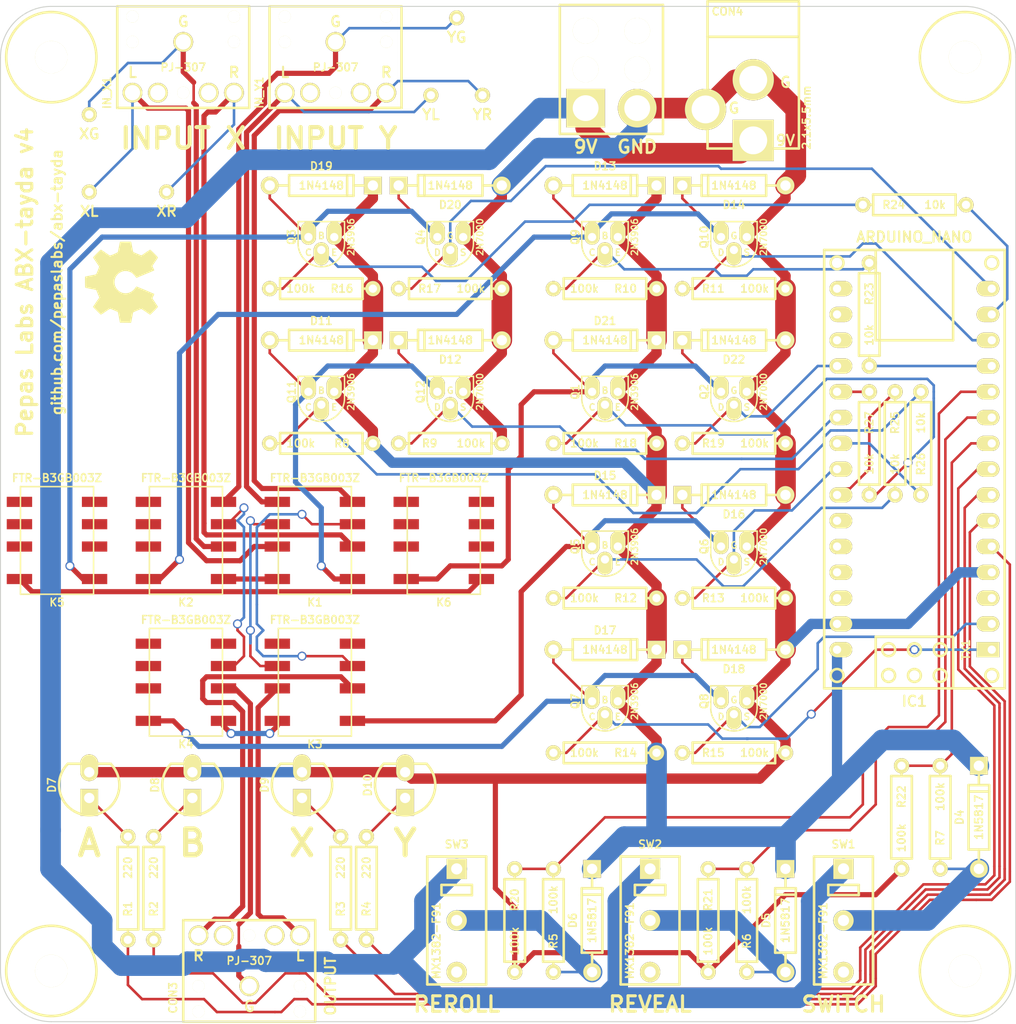
<source format=kicad_pcb>
(kicad_pcb (version 3) (host pcbnew "(2013-07-07 BZR 4022)-stable")
  (layers (15 F.Cu signal) (0 B.Cu signal) (18 B.Paste user) (19 F.Paste user) (20 B.SilkS user) (21 F.SilkS user) (22 B.Mask user) (23 F.Mask user) (28 Edge.Cuts user))
  (net 0 "")
  (net 1 5V_LEDA)
  (net 2 5V_LEDB)
  (net 3 5V_LEDX)
  (net 4 5V_LEDY)
  (net 5 7V)
  (net 6 8V_REROLL)
  (net 7 8V_REVEAL)
  (net 8 8V_SWITCH)
  (net 9 9V)
  (net 10 GND)
  (net 11 N-000001)
  (net 12 N-0000010)
  (net 13 N-0000011)
  (net 14 N-0000012)
  (net 15 N-0000013)
  (net 16 N-0000016)
  (net 17 N-0000017)
  (net 18 N-0000019)
  (net 19 N-000002)
  (net 20 N-0000020)
  (net 21 N-0000021)
  (net 22 N-0000023)
  (net 23 N-0000025)
  (net 24 N-0000031)
  (net 25 N-0000036)
  (net 26 N-0000037)
  (net 27 N-0000038)
  (net 28 N-0000040)
  (net 29 N-0000043)
  (net 30 N-0000044)
  (net 31 N-0000046)
  (net 32 N-0000047)
  (net 33 N-0000048)
  (net 34 N-0000049)
  (net 35 N-0000050)
  (net 36 N-0000051)
  (net 37 N-0000053)
  (net 38 N-0000054)
  (net 39 N-000008)
  (net 40 N-000009)
  (net 41 NCH1)
  (net 42 NCH2)
  (net 43 NCH3)
  (net 44 NCH4)
  (net 45 NCH5)
  (net 46 NCH6)
  (net 47 PCH1)
  (net 48 PCH2)
  (net 49 PCH3)
  (net 50 PCH4)
  (net 51 PCH5)
  (net 52 PCH6)
  (net 53 RING)
  (net 54 SLEEVE)
  (net 55 TIP)
  (module DIODE_1A_069A_04_PL (layer F.Cu) (at 147.32 240.03 90)
    (fp_text reference D5 (at 0 -1.905 90) (layer F.SilkS) (effects (font (size 0.762 0.762) (thickness 0.1524))))
    (fp_text value 1N5817 (at 0 0 90) (layer F.SilkS) (effects (font (size 0.762 0.762) (thickness 0.1524))))
    (pad 2 thru_hole rect (at 5.08 0 90) (size 1.7526 1.7526) (drill 1.016) (layers *.Cu *.Mask F.SilkS) (net 5 7V))
    (pad 1 thru_hole oval (at -5.08 0 90) (size 1.7526 1.7526) (drill 1.016) (layers *.Cu *.Mask F.SilkS) (net 7 8V_REVEAL))
  )
  (module TO-92_Q_SGD_059Bo_PL (layer F.Cu) (at 115.57 172.72)
    (fp_text reference Q4 (at -4.191 0 90) (layer F.SilkS) (effects (font (size 0.762 0.762) (thickness 0.1524))))
    (fp_text value 2N7000 (at 1.651 0 90) (layer F.SilkS) (effects (font (size 0.635 0.635) (thickness 0.127))))
    (fp_text user S (at 0 1.524) (layer F.SilkS) (effects (font (size 0.635 0.635) (thickness 0.127))))
    (fp_text user G (at -1.27 -0.127) (layer F.SilkS) (effects (font (size 0.635 0.635) (thickness 0.127))))
    (fp_text user D (at -2.54 1.524) (layer F.SilkS) (effects (font (size 0.635 0.635) (thickness 0.127))))
    (pad 1 thru_hole oval (at 0 0) (size 1.4986 2.2479) (drill 0.8128 (offset 0 -0.37465)) (layers *.Cu *.Mask F.SilkS) (net 10 GND))
    (pad 2 thru_hole oval (at -1.27 1.27) (size 1.4986 2.2479) (drill 0.8128 (offset 0 0.37465)) (layers *.Cu *.Mask F.SilkS) (net 46 NCH6))
    (pad 3 thru_hole oval (at -2.54 0) (size 1.4986 2.2479) (drill 0.8128 (offset 0 -0.37465)) (layers *.Cu *.Mask F.SilkS) (net 35 N-0000050))
  )
  (module TO-92_Q_SGD_059Bo_PL (layer F.Cu) (at 143.51 218.44)
    (fp_text reference Q8 (at -4.191 0 90) (layer F.SilkS) (effects (font (size 0.762 0.762) (thickness 0.1524))))
    (fp_text value 2N7000 (at 1.651 0 90) (layer F.SilkS) (effects (font (size 0.635 0.635) (thickness 0.127))))
    (fp_text user S (at 0 1.524) (layer F.SilkS) (effects (font (size 0.635 0.635) (thickness 0.127))))
    (fp_text user G (at -1.27 -0.127) (layer F.SilkS) (effects (font (size 0.635 0.635) (thickness 0.127))))
    (fp_text user D (at -2.54 1.524) (layer F.SilkS) (effects (font (size 0.635 0.635) (thickness 0.127))))
    (pad 1 thru_hole oval (at 0 0) (size 1.4986 2.2479) (drill 0.8128 (offset 0 -0.37465)) (layers *.Cu *.Mask F.SilkS) (net 10 GND))
    (pad 2 thru_hole oval (at -1.27 1.27) (size 1.4986 2.2479) (drill 0.8128 (offset 0 0.37465)) (layers *.Cu *.Mask F.SilkS) (net 43 NCH3))
    (pad 3 thru_hole oval (at -2.54 0) (size 1.4986 2.2479) (drill 0.8128 (offset 0 -0.37465)) (layers *.Cu *.Mask F.SilkS) (net 37 N-0000053))
  )
  (module TO-92_Q_SGD_059Bo_PL (layer F.Cu) (at 143.51 187.96)
    (fp_text reference Q2 (at -4.191 0 90) (layer F.SilkS) (effects (font (size 0.762 0.762) (thickness 0.1524))))
    (fp_text value 2N7000 (at 1.651 0 90) (layer F.SilkS) (effects (font (size 0.635 0.635) (thickness 0.127))))
    (fp_text user S (at 0 1.524) (layer F.SilkS) (effects (font (size 0.635 0.635) (thickness 0.127))))
    (fp_text user G (at -1.27 -0.127) (layer F.SilkS) (effects (font (size 0.635 0.635) (thickness 0.127))))
    (fp_text user D (at -2.54 1.524) (layer F.SilkS) (effects (font (size 0.635 0.635) (thickness 0.127))))
    (pad 1 thru_hole oval (at 0 0) (size 1.4986 2.2479) (drill 0.8128 (offset 0 -0.37465)) (layers *.Cu *.Mask F.SilkS) (net 10 GND))
    (pad 2 thru_hole oval (at -1.27 1.27) (size 1.4986 2.2479) (drill 0.8128 (offset 0 0.37465)) (layers *.Cu *.Mask F.SilkS) (net 45 NCH5))
    (pad 3 thru_hole oval (at -2.54 0) (size 1.4986 2.2479) (drill 0.8128 (offset 0 -0.37465)) (layers *.Cu *.Mask F.SilkS) (net 33 N-0000048))
  )
  (module TO-92_Q_SGD_059Bo_PL (layer F.Cu) (at 143.51 203.2)
    (fp_text reference Q6 (at -4.191 0 90) (layer F.SilkS) (effects (font (size 0.762 0.762) (thickness 0.1524))))
    (fp_text value 2N7000 (at 1.651 0 90) (layer F.SilkS) (effects (font (size 0.635 0.635) (thickness 0.127))))
    (fp_text user S (at 0 1.524) (layer F.SilkS) (effects (font (size 0.635 0.635) (thickness 0.127))))
    (fp_text user G (at -1.27 -0.127) (layer F.SilkS) (effects (font (size 0.635 0.635) (thickness 0.127))))
    (fp_text user D (at -2.54 1.524) (layer F.SilkS) (effects (font (size 0.635 0.635) (thickness 0.127))))
    (pad 1 thru_hole oval (at 0 0) (size 1.4986 2.2479) (drill 0.8128 (offset 0 -0.37465)) (layers *.Cu *.Mask F.SilkS) (net 10 GND))
    (pad 2 thru_hole oval (at -1.27 1.27) (size 1.4986 2.2479) (drill 0.8128 (offset 0 0.37465)) (layers *.Cu *.Mask F.SilkS) (net 44 NCH4))
    (pad 3 thru_hole oval (at -2.54 0) (size 1.4986 2.2479) (drill 0.8128 (offset 0 -0.37465)) (layers *.Cu *.Mask F.SilkS) (net 34 N-0000049))
  )
  (module TO-92_Q_SGD_059Bo_PL (layer F.Cu) (at 143.51 172.72)
    (fp_text reference Q10 (at -4.191 0 90) (layer F.SilkS) (effects (font (size 0.762 0.762) (thickness 0.1524))))
    (fp_text value 2N7000 (at 1.651 0 90) (layer F.SilkS) (effects (font (size 0.635 0.635) (thickness 0.127))))
    (fp_text user S (at 0 1.524) (layer F.SilkS) (effects (font (size 0.635 0.635) (thickness 0.127))))
    (fp_text user G (at -1.27 -0.127) (layer F.SilkS) (effects (font (size 0.635 0.635) (thickness 0.127))))
    (fp_text user D (at -2.54 1.524) (layer F.SilkS) (effects (font (size 0.635 0.635) (thickness 0.127))))
    (pad 1 thru_hole oval (at 0 0) (size 1.4986 2.2479) (drill 0.8128 (offset 0 -0.37465)) (layers *.Cu *.Mask F.SilkS) (net 10 GND))
    (pad 2 thru_hole oval (at -1.27 1.27) (size 1.4986 2.2479) (drill 0.8128 (offset 0 0.37465)) (layers *.Cu *.Mask F.SilkS) (net 41 NCH1))
    (pad 3 thru_hole oval (at -2.54 0) (size 1.4986 2.2479) (drill 0.8128 (offset 0 -0.37465)) (layers *.Cu *.Mask F.SilkS) (net 38 N-0000054))
  )
  (module TO-92_Q_SGD_059Bo_PL (layer F.Cu) (at 115.57 187.96)
    (fp_text reference Q12 (at -4.191 0 90) (layer F.SilkS) (effects (font (size 0.762 0.762) (thickness 0.1524))))
    (fp_text value 2N7000 (at 1.651 0 90) (layer F.SilkS) (effects (font (size 0.635 0.635) (thickness 0.127))))
    (fp_text user S (at 0 1.524) (layer F.SilkS) (effects (font (size 0.635 0.635) (thickness 0.127))))
    (fp_text user G (at -1.27 -0.127) (layer F.SilkS) (effects (font (size 0.635 0.635) (thickness 0.127))))
    (fp_text user D (at -2.54 1.524) (layer F.SilkS) (effects (font (size 0.635 0.635) (thickness 0.127))))
    (pad 1 thru_hole oval (at 0 0) (size 1.4986 2.2479) (drill 0.8128 (offset 0 -0.37465)) (layers *.Cu *.Mask F.SilkS) (net 10 GND))
    (pad 2 thru_hole oval (at -1.27 1.27) (size 1.4986 2.2479) (drill 0.8128 (offset 0 0.37465)) (layers *.Cu *.Mask F.SilkS) (net 42 NCH2))
    (pad 3 thru_hole oval (at -2.54 0) (size 1.4986 2.2479) (drill 0.8128 (offset 0 -0.37465)) (layers *.Cu *.Mask F.SilkS) (net 36 N-0000051))
  )
  (module SJ1-3523N (layer F.Cu) (at 94.5 250 90)
    (fp_text reference CON3 (at 2.35 -7.505 90) (layer F.SilkS) (effects (font (size 0.762 0.762) (thickness 0.1524))))
    (fp_text value PJ-307 (at 6 0 180) (layer F.SilkS) (effects (font (size 0.762 0.762) (thickness 0.1524))))
    (pad 1 thru_hole circle (at 3.5 0 90) (size 1.95 1.95) (drill 1.5) (layers *.Cu *.Mask F.SilkS) (net 19 N-000002))
    (pad 11 thru_hole circle (at 8.5 -2.5 90) (size 1.95 1.95) (drill 1.5) (layers *.Cu *.Mask F.SilkS))
    (pad 10 thru_hole circle (at 8.5 2.5 90) (size 1.95 1.95) (drill 1.5) (layers *.Cu *.Mask F.SilkS))
    (pad 3 thru_hole circle (at 8.5 -5 90) (size 1.95 1.95) (drill 1.5) (layers *.Cu *.Mask F.SilkS) (net 39 N-000008))
    (pad 2 thru_hole circle (at 8.5 5 90) (size 1.95 1.95) (drill 1.5) (layers *.Cu *.Mask F.SilkS) (net 27 N-0000038))
    (pad "" np_thru_hole circle (at 3.5 -5 90) (size 1.2 1.2) (drill 1.2) (layers *.Cu *.Mask F.SilkS))
    (pad "" np_thru_hole circle (at 1 -5 90) (size 1.2 1.2) (drill 1.2) (layers *.Cu *.Mask F.SilkS))
    (pad "" np_thru_hole circle (at 8.5 0 90) (size 1.2 1.2) (drill 1.2) (layers *.Cu *.Mask F.SilkS))
    (pad "" np_thru_hole circle (at 3.5 5 90) (size 1.2 1.2) (drill 1.2) (layers *.Cu *.Mask F.SilkS))
    (pad "" np_thru_hole circle (at 1 5 90) (size 1.2 1.2) (drill 1.2) (layers *.Cu *.Mask F.SilkS))
  )
  (module R_AXIAL_0W25_059A_PL (layer F.Cu) (at 137.16 193.04)
    (fp_text reference R19 (at 3.048 0) (layer F.SilkS) (effects (font (size 0.762 0.762) (thickness 0.1524))))
    (fp_text value 100k (at 7.112 0) (layer F.SilkS) (effects (font (size 0.762 0.762) (thickness 0.1524))))
    (pad 1 thru_hole oval (at 0 0) (size 1.4986 1.4986) (drill 0.8128) (layers *.Cu *.Mask F.SilkS) (net 45 NCH5))
    (pad 2 thru_hole oval (at 10.16 0) (size 1.4986 1.4986) (drill 0.8128) (layers *.Cu *.Mask F.SilkS) (net 10 GND))
  )
  (module R_AXIAL_0W25_059A_PL (layer F.Cu) (at 106.68 177.8 180)
    (fp_text reference R16 (at 3.048 0 180) (layer F.SilkS) (effects (font (size 0.762 0.762) (thickness 0.1524))))
    (fp_text value 100k (at 7.112 0 180) (layer F.SilkS) (effects (font (size 0.762 0.762) (thickness 0.1524))))
    (pad 1 thru_hole oval (at 0 0 180) (size 1.4986 1.4986) (drill 0.8128) (layers *.Cu *.Mask F.SilkS) (net 5 7V))
    (pad 2 thru_hole oval (at 10.16 0 180) (size 1.4986 1.4986) (drill 0.8128) (layers *.Cu *.Mask F.SilkS) (net 51 PCH5))
  )
  (module R_AXIAL_0W25_059A_PL (layer F.Cu) (at 134.62 193.04 180)
    (fp_text reference R18 (at 3.048 0 180) (layer F.SilkS) (effects (font (size 0.762 0.762) (thickness 0.1524))))
    (fp_text value 100k (at 7.112 0 180) (layer F.SilkS) (effects (font (size 0.762 0.762) (thickness 0.1524))))
    (pad 1 thru_hole oval (at 0 0 180) (size 1.4986 1.4986) (drill 0.8128) (layers *.Cu *.Mask F.SilkS) (net 5 7V))
    (pad 2 thru_hole oval (at 10.16 0 180) (size 1.4986 1.4986) (drill 0.8128) (layers *.Cu *.Mask F.SilkS) (net 52 PCH6))
  )
  (module R_AXIAL_0W25_059A_PL (layer F.Cu) (at 134.62 208.28 180)
    (fp_text reference R12 (at 3.048 0 180) (layer F.SilkS) (effects (font (size 0.762 0.762) (thickness 0.1524))))
    (fp_text value 100k (at 7.112 0 180) (layer F.SilkS) (effects (font (size 0.762 0.762) (thickness 0.1524))))
    (pad 1 thru_hole oval (at 0 0 180) (size 1.4986 1.4986) (drill 0.8128) (layers *.Cu *.Mask F.SilkS) (net 5 7V))
    (pad 2 thru_hole oval (at 10.16 0 180) (size 1.4986 1.4986) (drill 0.8128) (layers *.Cu *.Mask F.SilkS) (net 49 PCH3))
  )
  (module R_AXIAL_0W25_059A_PL (layer F.Cu) (at 109.22 177.8)
    (fp_text reference R17 (at 3.048 0) (layer F.SilkS) (effects (font (size 0.762 0.762) (thickness 0.1524))))
    (fp_text value 100k (at 7.112 0) (layer F.SilkS) (effects (font (size 0.762 0.762) (thickness 0.1524))))
    (pad 1 thru_hole oval (at 0 0) (size 1.4986 1.4986) (drill 0.8128) (layers *.Cu *.Mask F.SilkS) (net 46 NCH6))
    (pad 2 thru_hole oval (at 10.16 0) (size 1.4986 1.4986) (drill 0.8128) (layers *.Cu *.Mask F.SilkS) (net 10 GND))
  )
  (module R_AXIAL_0W25_059A_PL (layer F.Cu) (at 109.22 193.04)
    (fp_text reference R9 (at 3.048 0) (layer F.SilkS) (effects (font (size 0.762 0.762) (thickness 0.1524))))
    (fp_text value 100k (at 7.112 0) (layer F.SilkS) (effects (font (size 0.762 0.762) (thickness 0.1524))))
    (pad 1 thru_hole oval (at 0 0) (size 1.4986 1.4986) (drill 0.8128) (layers *.Cu *.Mask F.SilkS) (net 42 NCH2))
    (pad 2 thru_hole oval (at 10.16 0) (size 1.4986 1.4986) (drill 0.8128) (layers *.Cu *.Mask F.SilkS) (net 10 GND))
  )
  (module R_AXIAL_0W25_059A_PL (layer F.Cu) (at 137.16 208.28)
    (fp_text reference R13 (at 3.048 0) (layer F.SilkS) (effects (font (size 0.762 0.762) (thickness 0.1524))))
    (fp_text value 100k (at 7.112 0) (layer F.SilkS) (effects (font (size 0.762 0.762) (thickness 0.1524))))
    (pad 1 thru_hole oval (at 0 0) (size 1.4986 1.4986) (drill 0.8128) (layers *.Cu *.Mask F.SilkS) (net 44 NCH4))
    (pad 2 thru_hole oval (at 10.16 0) (size 1.4986 1.4986) (drill 0.8128) (layers *.Cu *.Mask F.SilkS) (net 10 GND))
  )
  (module R_AXIAL_0W25_059A_PL (layer F.Cu) (at 134.62 223.52 180)
    (fp_text reference R14 (at 3.048 0 180) (layer F.SilkS) (effects (font (size 0.762 0.762) (thickness 0.1524))))
    (fp_text value 100k (at 7.112 0 180) (layer F.SilkS) (effects (font (size 0.762 0.762) (thickness 0.1524))))
    (pad 1 thru_hole oval (at 0 0 180) (size 1.4986 1.4986) (drill 0.8128) (layers *.Cu *.Mask F.SilkS) (net 5 7V))
    (pad 2 thru_hole oval (at 10.16 0 180) (size 1.4986 1.4986) (drill 0.8128) (layers *.Cu *.Mask F.SilkS) (net 50 PCH4))
  )
  (module R_AXIAL_0W25_059A_PL (layer F.Cu) (at 137.16 223.52)
    (fp_text reference R15 (at 3.048 0) (layer F.SilkS) (effects (font (size 0.762 0.762) (thickness 0.1524))))
    (fp_text value 100k (at 7.112 0) (layer F.SilkS) (effects (font (size 0.762 0.762) (thickness 0.1524))))
    (pad 1 thru_hole oval (at 0 0) (size 1.4986 1.4986) (drill 0.8128) (layers *.Cu *.Mask F.SilkS) (net 43 NCH3))
    (pad 2 thru_hole oval (at 10.16 0) (size 1.4986 1.4986) (drill 0.8128) (layers *.Cu *.Mask F.SilkS) (net 10 GND))
  )
  (module R_AXIAL_0W25_059A_PL (layer F.Cu) (at 134.62 177.8 180)
    (fp_text reference R10 (at 3.048 0 180) (layer F.SilkS) (effects (font (size 0.762 0.762) (thickness 0.1524))))
    (fp_text value 100k (at 7.112 0 180) (layer F.SilkS) (effects (font (size 0.762 0.762) (thickness 0.1524))))
    (pad 1 thru_hole oval (at 0 0 180) (size 1.4986 1.4986) (drill 0.8128) (layers *.Cu *.Mask F.SilkS) (net 5 7V))
    (pad 2 thru_hole oval (at 10.16 0 180) (size 1.4986 1.4986) (drill 0.8128) (layers *.Cu *.Mask F.SilkS) (net 48 PCH2))
  )
  (module R_AXIAL_0W25_059A_PL (layer F.Cu) (at 137.16 177.8)
    (fp_text reference R11 (at 3.048 0) (layer F.SilkS) (effects (font (size 0.762 0.762) (thickness 0.1524))))
    (fp_text value 100k (at 7.112 0) (layer F.SilkS) (effects (font (size 0.762 0.762) (thickness 0.1524))))
    (pad 1 thru_hole oval (at 0 0) (size 1.4986 1.4986) (drill 0.8128) (layers *.Cu *.Mask F.SilkS) (net 41 NCH1))
    (pad 2 thru_hole oval (at 10.16 0) (size 1.4986 1.4986) (drill 0.8128) (layers *.Cu *.Mask F.SilkS) (net 10 GND))
  )
  (module R_AXIAL_0W25_059A_PL (layer F.Cu) (at 106.68 193.04 180)
    (fp_text reference R8 (at 3.048 0 180) (layer F.SilkS) (effects (font (size 0.762 0.762) (thickness 0.1524))))
    (fp_text value 100k (at 7.112 0 180) (layer F.SilkS) (effects (font (size 0.762 0.762) (thickness 0.1524))))
    (pad 1 thru_hole oval (at 0 0 180) (size 1.4986 1.4986) (drill 0.8128) (layers *.Cu *.Mask F.SilkS) (net 5 7V))
    (pad 2 thru_hole oval (at 10.16 0 180) (size 1.4986 1.4986) (drill 0.8128) (layers *.Cu *.Mask F.SilkS) (net 47 PCH1))
  )
  (module R_AXIAL_0W25_059A_PL (layer F.Cu) (at 124.46 245.11 90)
    (fp_text reference R5 (at 3.048 0 90) (layer F.SilkS) (effects (font (size 0.762 0.762) (thickness 0.1524))))
    (fp_text value 100k (at 7.112 0 90) (layer F.SilkS) (effects (font (size 0.762 0.762) (thickness 0.1524))))
    (pad 1 thru_hole oval (at 0 0 90) (size 1.4986 1.4986) (drill 0.8128) (layers *.Cu *.Mask F.SilkS) (net 6 8V_REROLL))
    (pad 2 thru_hole oval (at 10.16 0 90) (size 1.4986 1.4986) (drill 0.8128) (layers *.Cu *.Mask F.SilkS) (net 18 N-0000019))
  )
  (module R_AXIAL_0W25_059A_PL (layer F.Cu) (at 143.51 245.11 90)
    (fp_text reference R6 (at 3.048 0 90) (layer F.SilkS) (effects (font (size 0.762 0.762) (thickness 0.1524))))
    (fp_text value 100k (at 7.112 0 90) (layer F.SilkS) (effects (font (size 0.762 0.762) (thickness 0.1524))))
    (pad 1 thru_hole oval (at 0 0 90) (size 1.4986 1.4986) (drill 0.8128) (layers *.Cu *.Mask F.SilkS) (net 7 8V_REVEAL))
    (pad 2 thru_hole oval (at 10.16 0 90) (size 1.4986 1.4986) (drill 0.8128) (layers *.Cu *.Mask F.SilkS) (net 20 N-0000020))
  )
  (module R_AXIAL_0W25_059A_PL (layer F.Cu) (at 162.56 234.95 90)
    (fp_text reference R7 (at 3.048 0 90) (layer F.SilkS) (effects (font (size 0.762 0.762) (thickness 0.1524))))
    (fp_text value 100k (at 7.112 0 90) (layer F.SilkS) (effects (font (size 0.762 0.762) (thickness 0.1524))))
    (pad 1 thru_hole oval (at 0 0 90) (size 1.4986 1.4986) (drill 0.8128) (layers *.Cu *.Mask F.SilkS) (net 8 8V_SWITCH))
    (pad 2 thru_hole oval (at 10.16 0 90) (size 1.4986 1.4986) (drill 0.8128) (layers *.Cu *.Mask F.SilkS) (net 21 N-0000021))
  )
  (module R_AXIAL_0W25_059A_PL (layer F.Cu) (at 103.505 241.935 90)
    (fp_text reference R3 (at 3.048 0 90) (layer F.SilkS) (effects (font (size 0.762 0.762) (thickness 0.1524))))
    (fp_text value 220 (at 7.112 0 90) (layer F.SilkS) (effects (font (size 0.762 0.762) (thickness 0.1524))))
    (pad 1 thru_hole oval (at 0 0 90) (size 1.4986 1.4986) (drill 0.8128) (layers *.Cu *.Mask F.SilkS) (net 3 5V_LEDX))
    (pad 2 thru_hole oval (at 10.16 0 90) (size 1.4986 1.4986) (drill 0.8128) (layers *.Cu *.Mask F.SilkS) (net 13 N-0000011))
  )
  (module R_AXIAL_0W25_059A_PL (layer F.Cu) (at 106.045 241.935 90)
    (fp_text reference R4 (at 3.048 0 90) (layer F.SilkS) (effects (font (size 0.762 0.762) (thickness 0.1524))))
    (fp_text value 220 (at 7.112 0 90) (layer F.SilkS) (effects (font (size 0.762 0.762) (thickness 0.1524))))
    (pad 1 thru_hole oval (at 0 0 90) (size 1.4986 1.4986) (drill 0.8128) (layers *.Cu *.Mask F.SilkS) (net 4 5V_LEDY))
    (pad 2 thru_hole oval (at 10.16 0 90) (size 1.4986 1.4986) (drill 0.8128) (layers *.Cu *.Mask F.SilkS) (net 12 N-0000010))
  )
  (module R_AXIAL_0W25_059A_PL (layer F.Cu) (at 85.09 241.935 90)
    (fp_text reference R2 (at 3.048 0 90) (layer F.SilkS) (effects (font (size 0.762 0.762) (thickness 0.1524))))
    (fp_text value 220 (at 7.112 0 90) (layer F.SilkS) (effects (font (size 0.762 0.762) (thickness 0.1524))))
    (pad 1 thru_hole oval (at 0 0 90) (size 1.4986 1.4986) (drill 0.8128) (layers *.Cu *.Mask F.SilkS) (net 2 5V_LEDB))
    (pad 2 thru_hole oval (at 10.16 0 90) (size 1.4986 1.4986) (drill 0.8128) (layers *.Cu *.Mask F.SilkS) (net 14 N-0000012))
  )
  (module R_AXIAL_0W25_059A_PL (layer F.Cu) (at 82.55 241.935 90)
    (fp_text reference R1 (at 3.048 0 90) (layer F.SilkS) (effects (font (size 0.762 0.762) (thickness 0.1524))))
    (fp_text value 220 (at 7.112 0 90) (layer F.SilkS) (effects (font (size 0.762 0.762) (thickness 0.1524))))
    (pad 1 thru_hole oval (at 0 0 90) (size 1.4986 1.4986) (drill 0.8128) (layers *.Cu *.Mask F.SilkS) (net 1 5V_LEDA))
    (pad 2 thru_hole oval (at 10.16 0 90) (size 1.4986 1.4986) (drill 0.8128) (layers *.Cu *.Mask F.SilkS) (net 15 N-0000013))
  )
  (module LED_5MM (layer F.Cu) (at 88.9 227.965 90)
    (fp_text reference D8 (at 1.27 -3.683 90) (layer F.SilkS) (effects (font (size 0.762 0.762) (thickness 0.1524))))
    (fp_text value LEDB hide)
    (pad 1 thru_hole rect (at 0 0 90) (size 2.6289 1.7526) (drill 1.016 (offset -0.43815 0)) (layers *.Cu *.Mask F.SilkS) (net 14 N-0000012))
    (pad 2 thru_hole oval (at 2.54 0 90) (size 2.6289 1.7526) (drill 1.016 (offset 0.43815 0)) (layers *.Cu *.Mask F.SilkS) (net 10 GND))
  )
  (module LED_5MM (layer F.Cu) (at 99.695 227.965 90)
    (fp_text reference D9 (at 1.27 -3.683 90) (layer F.SilkS) (effects (font (size 0.762 0.762) (thickness 0.1524))))
    (fp_text value LEDX hide)
    (pad 1 thru_hole rect (at 0 0 90) (size 2.6289 1.7526) (drill 1.016 (offset -0.43815 0)) (layers *.Cu *.Mask F.SilkS) (net 13 N-0000011))
    (pad 2 thru_hole oval (at 2.54 0 90) (size 2.6289 1.7526) (drill 1.016 (offset 0.43815 0)) (layers *.Cu *.Mask F.SilkS) (net 10 GND))
  )
  (module LED_5MM (layer F.Cu) (at 109.855 227.965 90)
    (fp_text reference D10 (at 1.27 -3.683 90) (layer F.SilkS) (effects (font (size 0.762 0.762) (thickness 0.1524))))
    (fp_text value LEDY hide)
    (pad 1 thru_hole rect (at 0 0 90) (size 2.6289 1.7526) (drill 1.016 (offset -0.43815 0)) (layers *.Cu *.Mask F.SilkS) (net 12 N-0000010))
    (pad 2 thru_hole oval (at 2.54 0 90) (size 2.6289 1.7526) (drill 1.016 (offset 0.43815 0)) (layers *.Cu *.Mask F.SilkS) (net 10 GND))
  )
  (module LED_5MM (layer F.Cu) (at 78.74 227.965 90)
    (fp_text reference D7 (at 1.27 -3.683 90) (layer F.SilkS) (effects (font (size 0.762 0.762) (thickness 0.1524))))
    (fp_text value LEDA hide)
    (pad 1 thru_hole rect (at 0 0 90) (size 2.6289 1.7526) (drill 1.016 (offset -0.43815 0)) (layers *.Cu *.Mask F.SilkS) (net 15 N-0000013))
    (pad 2 thru_hole oval (at 2.54 0 90) (size 2.6289 1.7526) (drill 1.016 (offset 0.43815 0)) (layers *.Cu *.Mask F.SilkS) (net 10 GND))
  )
  (module DIODE_1A_069A_04_PL (layer F.Cu) (at 166.37 229.87 90)
    (fp_text reference D4 (at 0 -1.905 90) (layer F.SilkS) (effects (font (size 0.762 0.762) (thickness 0.1524))))
    (fp_text value 1N5817 (at 0 0 90) (layer F.SilkS) (effects (font (size 0.762 0.762) (thickness 0.1524))))
    (pad 2 thru_hole rect (at 5.08 0 90) (size 1.7526 1.7526) (drill 1.016) (layers *.Cu *.Mask F.SilkS) (net 5 7V))
    (pad 1 thru_hole oval (at -5.08 0 90) (size 1.7526 1.7526) (drill 1.016) (layers *.Cu *.Mask F.SilkS) (net 8 8V_SWITCH))
  )
  (module DIODE_1A_069A_04_PL (layer F.Cu) (at 128.27 240.03 90)
    (fp_text reference D6 (at 0 -1.905 90) (layer F.SilkS) (effects (font (size 0.762 0.762) (thickness 0.1524))))
    (fp_text value 1N5817 (at 0 0 90) (layer F.SilkS) (effects (font (size 0.762 0.762) (thickness 0.1524))))
    (pad 2 thru_hole rect (at 5.08 0 90) (size 1.7526 1.7526) (drill 1.016) (layers *.Cu *.Mask F.SilkS) (net 5 7V))
    (pad 1 thru_hole oval (at -5.08 0 90) (size 1.7526 1.7526) (drill 1.016) (layers *.Cu *.Mask F.SilkS) (net 6 8V_REROLL))
  )
  (module DIODE_1A_069A_04_PL (layer F.Cu) (at 101.6 182.88)
    (fp_text reference D11 (at 0 -1.905) (layer F.SilkS) (effects (font (size 0.762 0.762) (thickness 0.1524))))
    (fp_text value 1N4148 (at 0 0) (layer F.SilkS) (effects (font (size 0.762 0.762) (thickness 0.1524))))
    (pad 2 thru_hole rect (at 5.08 0) (size 1.7526 1.7526) (drill 1.016) (layers *.Cu *.Mask F.SilkS) (net 5 7V))
    (pad 1 thru_hole oval (at -5.08 0) (size 1.7526 1.7526) (drill 1.016) (layers *.Cu *.Mask F.SilkS) (net 36 N-0000051))
  )
  (module DIODE_1A_069A_04_PL (layer F.Cu) (at 114.3 182.88 180)
    (fp_text reference D12 (at 0 -1.905 180) (layer F.SilkS) (effects (font (size 0.762 0.762) (thickness 0.1524))))
    (fp_text value 1N4148 (at 0 0 180) (layer F.SilkS) (effects (font (size 0.762 0.762) (thickness 0.1524))))
    (pad 2 thru_hole rect (at 5.08 0 180) (size 1.7526 1.7526) (drill 1.016) (layers *.Cu *.Mask F.SilkS) (net 36 N-0000051))
    (pad 1 thru_hole oval (at -5.08 0 180) (size 1.7526 1.7526) (drill 1.016) (layers *.Cu *.Mask F.SilkS) (net 10 GND))
  )
  (module DIODE_1A_069A_04_PL (layer F.Cu) (at 142.24 167.64 180)
    (fp_text reference D14 (at 0 -1.905 180) (layer F.SilkS) (effects (font (size 0.762 0.762) (thickness 0.1524))))
    (fp_text value 1N4148 (at 0 0 180) (layer F.SilkS) (effects (font (size 0.762 0.762) (thickness 0.1524))))
    (pad 2 thru_hole rect (at 5.08 0 180) (size 1.7526 1.7526) (drill 1.016) (layers *.Cu *.Mask F.SilkS) (net 38 N-0000054))
    (pad 1 thru_hole oval (at -5.08 0 180) (size 1.7526 1.7526) (drill 1.016) (layers *.Cu *.Mask F.SilkS) (net 10 GND))
  )
  (module DIODE_1A_069A_04_PL (layer F.Cu) (at 129.54 167.64)
    (fp_text reference D13 (at 0 -1.905) (layer F.SilkS) (effects (font (size 0.762 0.762) (thickness 0.1524))))
    (fp_text value 1N4148 (at 0 0) (layer F.SilkS) (effects (font (size 0.762 0.762) (thickness 0.1524))))
    (pad 2 thru_hole rect (at 5.08 0) (size 1.7526 1.7526) (drill 1.016) (layers *.Cu *.Mask F.SilkS) (net 5 7V))
    (pad 1 thru_hole oval (at -5.08 0) (size 1.7526 1.7526) (drill 1.016) (layers *.Cu *.Mask F.SilkS) (net 38 N-0000054))
  )
  (module DIODE_1A_069A_04_PL (layer F.Cu) (at 114.3 167.64 180)
    (fp_text reference D20 (at 0 -1.905 180) (layer F.SilkS) (effects (font (size 0.762 0.762) (thickness 0.1524))))
    (fp_text value 1N4148 (at 0 0 180) (layer F.SilkS) (effects (font (size 0.762 0.762) (thickness 0.1524))))
    (pad 2 thru_hole rect (at 5.08 0 180) (size 1.7526 1.7526) (drill 1.016) (layers *.Cu *.Mask F.SilkS) (net 35 N-0000050))
    (pad 1 thru_hole oval (at -5.08 0 180) (size 1.7526 1.7526) (drill 1.016) (layers *.Cu *.Mask F.SilkS) (net 10 GND))
  )
  (module DIODE_1A_069A_04_PL (layer F.Cu) (at 101.6 167.64)
    (fp_text reference D19 (at 0 -1.905) (layer F.SilkS) (effects (font (size 0.762 0.762) (thickness 0.1524))))
    (fp_text value 1N4148 (at 0 0) (layer F.SilkS) (effects (font (size 0.762 0.762) (thickness 0.1524))))
    (pad 2 thru_hole rect (at 5.08 0) (size 1.7526 1.7526) (drill 1.016) (layers *.Cu *.Mask F.SilkS) (net 5 7V))
    (pad 1 thru_hole oval (at -5.08 0) (size 1.7526 1.7526) (drill 1.016) (layers *.Cu *.Mask F.SilkS) (net 35 N-0000050))
  )
  (module DIODE_1A_069A_04_PL (layer F.Cu) (at 129.54 213.36)
    (fp_text reference D17 (at 0 -1.905) (layer F.SilkS) (effects (font (size 0.762 0.762) (thickness 0.1524))))
    (fp_text value 1N4148 (at 0 0) (layer F.SilkS) (effects (font (size 0.762 0.762) (thickness 0.1524))))
    (pad 2 thru_hole rect (at 5.08 0) (size 1.7526 1.7526) (drill 1.016) (layers *.Cu *.Mask F.SilkS) (net 5 7V))
    (pad 1 thru_hole oval (at -5.08 0) (size 1.7526 1.7526) (drill 1.016) (layers *.Cu *.Mask F.SilkS) (net 37 N-0000053))
  )
  (module DIODE_1A_069A_04_PL (layer F.Cu) (at 142.24 213.36 180)
    (fp_text reference D18 (at 0 -1.905 180) (layer F.SilkS) (effects (font (size 0.762 0.762) (thickness 0.1524))))
    (fp_text value 1N4148 (at 0 0 180) (layer F.SilkS) (effects (font (size 0.762 0.762) (thickness 0.1524))))
    (pad 2 thru_hole rect (at 5.08 0 180) (size 1.7526 1.7526) (drill 1.016) (layers *.Cu *.Mask F.SilkS) (net 37 N-0000053))
    (pad 1 thru_hole oval (at -5.08 0 180) (size 1.7526 1.7526) (drill 1.016) (layers *.Cu *.Mask F.SilkS) (net 10 GND))
  )
  (module DIODE_1A_069A_04_PL (layer F.Cu) (at 142.24 182.88 180)
    (fp_text reference D22 (at 0 -1.905 180) (layer F.SilkS) (effects (font (size 0.762 0.762) (thickness 0.1524))))
    (fp_text value 1N4148 (at 0 0 180) (layer F.SilkS) (effects (font (size 0.762 0.762) (thickness 0.1524))))
    (pad 2 thru_hole rect (at 5.08 0 180) (size 1.7526 1.7526) (drill 1.016) (layers *.Cu *.Mask F.SilkS) (net 33 N-0000048))
    (pad 1 thru_hole oval (at -5.08 0 180) (size 1.7526 1.7526) (drill 1.016) (layers *.Cu *.Mask F.SilkS) (net 10 GND))
  )
  (module DIODE_1A_069A_04_PL (layer F.Cu) (at 129.54 182.88)
    (fp_text reference D21 (at 0 -1.905) (layer F.SilkS) (effects (font (size 0.762 0.762) (thickness 0.1524))))
    (fp_text value 1N4148 (at 0 0) (layer F.SilkS) (effects (font (size 0.762 0.762) (thickness 0.1524))))
    (pad 2 thru_hole rect (at 5.08 0) (size 1.7526 1.7526) (drill 1.016) (layers *.Cu *.Mask F.SilkS) (net 5 7V))
    (pad 1 thru_hole oval (at -5.08 0) (size 1.7526 1.7526) (drill 1.016) (layers *.Cu *.Mask F.SilkS) (net 33 N-0000048))
  )
  (module DIODE_1A_069A_04_PL (layer F.Cu) (at 129.54 198.12)
    (fp_text reference D15 (at 0 -1.905) (layer F.SilkS) (effects (font (size 0.762 0.762) (thickness 0.1524))))
    (fp_text value 1N4148 (at 0 0) (layer F.SilkS) (effects (font (size 0.762 0.762) (thickness 0.1524))))
    (pad 2 thru_hole rect (at 5.08 0) (size 1.7526 1.7526) (drill 1.016) (layers *.Cu *.Mask F.SilkS) (net 5 7V))
    (pad 1 thru_hole oval (at -5.08 0) (size 1.7526 1.7526) (drill 1.016) (layers *.Cu *.Mask F.SilkS) (net 34 N-0000049))
  )
  (module DIODE_1A_069A_04_PL (layer F.Cu) (at 142.24 198.12 180)
    (fp_text reference D16 (at 0 -1.905 180) (layer F.SilkS) (effects (font (size 0.762 0.762) (thickness 0.1524))))
    (fp_text value 1N4148 (at 0 0 180) (layer F.SilkS) (effects (font (size 0.762 0.762) (thickness 0.1524))))
    (pad 2 thru_hole rect (at 5.08 0 180) (size 1.7526 1.7526) (drill 1.016) (layers *.Cu *.Mask F.SilkS) (net 34 N-0000049))
    (pad 1 thru_hole oval (at -5.08 0 180) (size 1.7526 1.7526) (drill 1.016) (layers *.Cu *.Mask F.SilkS) (net 10 GND))
  )
  (module ARDUINO_NANO_PL (layer F.Cu) (at 167.64 213.36 90)
    (fp_text reference IC1 (at -5.08 -7.62 180) (layer F.SilkS) (effects (font (size 1.016 1.016) (thickness 0.2032))))
    (fp_text value ARDUINO_NANO (at 40.64 -7.62 180) (layer F.SilkS) (effects (font (size 1.016 1.016) (thickness 0.2032))))
    (fp_text user TX1 (at 0 -2.54 90) (layer F.SilkS) (effects (font (size 0.762 0.762) (thickness 0.1524))))
    (pad 1 thru_hole rect (at 0 0 90) (size 1.4986 2.2479) (drill 0.8128 (offset 0 -0.37465)) (layers *.Cu *.Mask F.SilkS) (net 50 PCH4))
    (pad 2 thru_hole oval (at 2.54 0 90) (size 1.4986 2.2479) (drill 0.8128 (offset 0 -0.37465)) (layers *.Cu *.Mask F.SilkS) (net 43 NCH3))
    (pad 3 thru_hole oval (at 5.08 0 90) (size 1.4986 2.2479) (drill 0.8128 (offset 0 -0.37465)) (layers *.Cu *.Mask F.SilkS))
    (pad 4 thru_hole oval (at 7.62 0 90) (size 1.4986 2.2479) (drill 0.8128 (offset 0 -0.37465)) (layers *.Cu *.Mask F.SilkS) (net 10 GND))
    (pad 25 thru_hole oval (at 12.7 -15.24 90) (size 1.4986 2.2479) (drill 0.8128 (offset 0 0.37465)) (layers *.Cu *.Mask F.SilkS))
    (pad 26 thru_hole oval (at 10.16 -15.24 90) (size 1.4986 2.2479) (drill 0.8128 (offset 0 0.37465)) (layers *.Cu *.Mask F.SilkS))
    (pad 27 thru_hole oval (at 7.62 -15.24 90) (size 1.4986 2.2479) (drill 0.8128 (offset 0 0.37465)) (layers *.Cu *.Mask F.SilkS))
    (pad 5 thru_hole oval (at 10.16 0 90) (size 1.4986 2.2479) (drill 0.8128 (offset 0 -0.37465)) (layers *.Cu *.Mask F.SilkS) (net 1 5V_LEDA))
    (pad 6 thru_hole oval (at 12.7 0 90) (size 1.4986 2.2479) (drill 0.8128 (offset 0 -0.37465)) (layers *.Cu *.Mask F.SilkS) (net 2 5V_LEDB))
    (pad 7 thru_hole oval (at 15.24 0 90) (size 1.4986 2.2479) (drill 0.8128 (offset 0 -0.37465)) (layers *.Cu *.Mask F.SilkS) (net 3 5V_LEDX))
    (pad 24 thru_hole oval (at 15.24 -15.24 90) (size 1.4986 2.2479) (drill 0.8128 (offset 0 0.37465)) (layers *.Cu *.Mask F.SilkS) (net 31 N-0000046))
    (pad 23 thru_hole oval (at 17.78 -15.24 90) (size 1.4986 2.2479) (drill 0.8128 (offset 0 0.37465)) (layers *.Cu *.Mask F.SilkS) (net 44 NCH4))
    (pad 22 thru_hole oval (at 20.32 -15.24 90) (size 1.4986 2.2479) (drill 0.8128 (offset 0 0.37465)) (layers *.Cu *.Mask F.SilkS) (net 32 N-0000047))
    (pad 8 thru_hole oval (at 17.78 0 90) (size 1.4986 2.2479) (drill 0.8128 (offset 0 -0.37465)) (layers *.Cu *.Mask F.SilkS) (net 4 5V_LEDY))
    (pad 9 thru_hole oval (at 20.32 0 90) (size 1.4986 2.2479) (drill 0.8128 (offset 0 -0.37465)) (layers *.Cu *.Mask F.SilkS) (net 21 N-0000021))
    (pad 10 thru_hole oval (at 22.86 0 90) (size 1.4986 2.2479) (drill 0.8128 (offset 0 -0.37465)) (layers *.Cu *.Mask F.SilkS) (net 20 N-0000020))
    (pad 11 thru_hole oval (at 25.4 0 90) (size 1.4986 2.2479) (drill 0.8128 (offset 0 -0.37465)) (layers *.Cu *.Mask F.SilkS) (net 18 N-0000019))
    (pad 12 thru_hole oval (at 27.94 0 90) (size 1.4986 2.2479) (drill 0.8128 (offset 0 -0.37465)) (layers *.Cu *.Mask F.SilkS) (net 23 N-0000025))
    (pad 13 thru_hole oval (at 30.48 0 90) (size 1.4986 2.2479) (drill 0.8128 (offset 0 -0.37465)) (layers *.Cu *.Mask F.SilkS) (net 41 NCH1))
    (pad 14 thru_hole oval (at 33.02 0 90) (size 1.4986 2.2479) (drill 0.8128 (offset 0 -0.37465)) (layers *.Cu *.Mask F.SilkS) (net 24 N-0000031))
    (pad 21 thru_hole oval (at 22.86 -15.24 90) (size 1.4986 2.2479) (drill 0.8128 (offset 0 0.37465)) (layers *.Cu *.Mask F.SilkS) (net 42 NCH2))
    (pad 20 thru_hole oval (at 25.4 -15.24 90) (size 1.4986 2.2479) (drill 0.8128 (offset 0 0.37465)) (layers *.Cu *.Mask F.SilkS) (net 28 N-0000040))
    (pad 19 thru_hole oval (at 27.94 -15.24 90) (size 1.4986 2.2479) (drill 0.8128 (offset 0 0.37465)) (layers *.Cu *.Mask F.SilkS) (net 45 NCH5))
    (pad 18 thru_hole oval (at 30.48 -15.24 90) (size 1.4986 2.2479) (drill 0.8128 (offset 0 0.37465)) (layers *.Cu *.Mask F.SilkS))
    (pad 17 thru_hole oval (at 33.02 -15.24 90) (size 1.4986 2.2479) (drill 0.8128 (offset 0 0.37465)) (layers *.Cu *.Mask F.SilkS))
    (pad 16 thru_hole oval (at 35.56 -15.24 90) (size 1.4986 2.2479) (drill 0.8128 (offset 0 0.37465)) (layers *.Cu *.Mask F.SilkS))
    (pad 15 thru_hole oval (at 35.56 0 90) (size 1.4986 2.2479) (drill 0.8128 (offset 0 -0.37465)) (layers *.Cu *.Mask F.SilkS) (net 46 NCH6))
    (pad 28 thru_hole oval (at 5.08 -15.24 90) (size 1.4986 2.2479) (drill 0.8128 (offset 0 0.37465)) (layers *.Cu *.Mask F.SilkS))
    (pad 29 thru_hole oval (at 2.54 -15.24 90) (size 1.4986 2.2479) (drill 0.8128 (offset 0 0.37465)) (layers *.Cu *.Mask F.SilkS) (net 10 GND))
    (pad 30 thru_hole oval (at 0 -15.24 90) (size 1.4986 2.2479) (drill 0.8128 (offset 0 0.37465)) (layers *.Cu *.Mask F.SilkS) (net 5 7V))
  )
  (module hole_M3_NPTH (layer F.Cu) (at 75 155)
    (fp_text reference H*** hide)
    (fp_text value Val** hide)
    (pad "" np_thru_hole circle (at 0 0) (size 3.2 3.2) (drill 3.2) (layers *.Cu *.Mask F.SilkS))
  )
  (module hole_M3_NPTH (layer F.Cu) (at 165 155)
    (fp_text reference H*** hide)
    (fp_text value Val** hide)
    (pad "" np_thru_hole circle (at 0 0) (size 3.2 3.2) (drill 3.2) (layers *.Cu *.Mask F.SilkS))
  )
  (module hole_M3_NPTH (layer F.Cu) (at 165 245)
    (fp_text reference H*** hide)
    (fp_text value Val** hide)
    (pad "" np_thru_hole circle (at 0 0) (size 3.2 3.2) (drill 3.2) (layers *.Cu *.Mask F.SilkS))
  )
  (module hole_M3_NPTH (layer F.Cu) (at 75 245)
    (fp_text reference H*** hide)
    (fp_text value Val** hide)
    (pad "" np_thru_hole circle (at 0 0) (size 3.2 3.2) (drill 3.2) (layers *.Cu *.Mask F.SilkS))
  )
  (module MX1382-F91 (layer F.Cu) (at 153.035 240.03 270)
    (fp_text reference SW1 (at -7.5 0 360) (layer F.SilkS) (effects (font (size 0.762 0.762) (thickness 0.1524))))
    (fp_text value SWITCH (at 8.255 0 360) (layer F.SilkS) (effects (font (size 1.524 1.524) (thickness 0.3048))))
    (fp_text user MX1382-F91 (at 2 2 270) (layer F.SilkS) (effects (font (size 0.762 0.762) (thickness 0.1524))))
    (pad 1 thru_hole rect (at -5.08 0 270) (size 2 2) (drill 1.1) (layers *.Cu *.Mask F.SilkS) (net 9 9V))
    (pad 2 thru_hole oval (at 0 0 270) (size 2 2) (drill 1.1) (layers *.Cu *.Mask F.SilkS) (net 8 8V_SWITCH))
    (pad 3 thru_hole oval (at 5.08 0 270) (size 2 2) (drill 1.1) (layers *.Cu *.Mask F.SilkS))
  )
  (module MX1382-F91 (layer F.Cu) (at 133.985 240.03 270)
    (fp_text reference SW2 (at -7.5 0 360) (layer F.SilkS) (effects (font (size 0.762 0.762) (thickness 0.1524))))
    (fp_text value REVEAL (at 8.255 0 360) (layer F.SilkS) (effects (font (size 1.524 1.524) (thickness 0.3048))))
    (fp_text user MX1382-F91 (at 2 2 270) (layer F.SilkS) (effects (font (size 0.762 0.762) (thickness 0.1524))))
    (pad 1 thru_hole rect (at -5.08 0 270) (size 2 2) (drill 1.1) (layers *.Cu *.Mask F.SilkS) (net 9 9V))
    (pad 2 thru_hole oval (at 0 0 270) (size 2 2) (drill 1.1) (layers *.Cu *.Mask F.SilkS) (net 7 8V_REVEAL))
    (pad 3 thru_hole oval (at 5.08 0 270) (size 2 2) (drill 1.1) (layers *.Cu *.Mask F.SilkS))
  )
  (module MX1382-F91 (layer F.Cu) (at 114.935 240.03 270)
    (fp_text reference SW3 (at -7.5 0 360) (layer F.SilkS) (effects (font (size 0.762 0.762) (thickness 0.1524))))
    (fp_text value REROLL (at 8.255 0 360) (layer F.SilkS) (effects (font (size 1.524 1.524) (thickness 0.3048))))
    (fp_text user MX1382-F91 (at 2 2 270) (layer F.SilkS) (effects (font (size 0.762 0.762) (thickness 0.1524))))
    (pad 1 thru_hole rect (at -5.08 0 270) (size 2 2) (drill 1.1) (layers *.Cu *.Mask F.SilkS) (net 9 9V))
    (pad 2 thru_hole oval (at 0 0 270) (size 2 2) (drill 1.1) (layers *.Cu *.Mask F.SilkS) (net 6 8V_REROLL))
    (pad 3 thru_hole oval (at 5.08 0 270) (size 2 2) (drill 1.1) (layers *.Cu *.Mask F.SilkS))
  )
  (module BARREL_JACK_21x55 (layer F.Cu) (at 144.145 163.195 270)
    (fp_text reference CON4 (at -12.7 2.54 360) (layer F.SilkS) (effects (font (size 0.762 0.762) (thickness 0.1524))))
    (fp_text value 2.1x5.5mm hide)
    (fp_text user 2.1x5.5mm (at -2.25 -5.25 270) (layer F.SilkS) (effects (font (size 0.762 0.762) (thickness 0.1524))))
    (pad 1 thru_hole rect (at 0 0 270) (size 4.064 4.064) (drill 2.7432) (layers *.Cu *.Mask F.SilkS) (net 9 9V))
    (pad 2 thru_hole circle (at -5.969 0 270) (size 4.064 4.064) (drill 2.7432) (layers *.Cu *.Mask F.SilkS) (net 10 GND))
    (pad 3 thru_hole circle (at -3.048 4.699 270) (size 4.064 4.064) (drill 2.7432) (layers *.Cu *.Mask F.SilkS) (net 10 GND))
  )
  (module PIGTAIL2 (layer F.Cu) (at 127.635 160.02)
    (fp_text reference P1 hide)
    (fp_text value CONN_2X1 hide)
    (pad 1 thru_hole rect (at 0 0) (size 3.81 3.81) (drill 2.54) (layers *.Cu *.Mask F.SilkS) (net 9 9V))
    (pad 2 thru_hole circle (at 5.08 0) (size 3.81 3.81) (drill 2.54) (layers *.Cu *.Mask F.SilkS) (net 10 GND))
    (pad "" np_thru_hole circle (at 0 -3.81) (size 2.54 2.54) (drill 2.54) (layers *.Cu *.Mask F.SilkS))
    (pad "" np_thru_hole circle (at 5.08 -3.81) (size 2.54 2.54) (drill 2.54) (layers *.Cu *.Mask F.SilkS))
    (pad "" np_thru_hole circle (at 5.08 -7.62) (size 2.54 2.54) (drill 2.54) (layers *.Cu *.Mask F.SilkS))
    (pad "" np_thru_hole circle (at 0 -7.62) (size 2.54 2.54) (drill 2.54) (layers *.Cu *.Mask F.SilkS))
  )
  (module OSHW-logo_silkscreen-front_8mm (layer F.Cu) (at 81.915 177.165 90)
    (fp_text reference G*** hide)
    (fp_text value OSHW-logo_silkscreen-front_8mm hide)
  )
  (module R_AXIAL_0W25_059A_PL (layer F.Cu) (at 120.65 234.95 270)
    (fp_text reference R20 (at 3.048 0 270) (layer F.SilkS) (effects (font (size 0.762 0.762) (thickness 0.1524))))
    (fp_text value 100k (at 7.112 0 270) (layer F.SilkS) (effects (font (size 0.762 0.762) (thickness 0.1524))))
    (pad 1 thru_hole oval (at 0 0 270) (size 1.4986 1.4986) (drill 0.8128) (layers *.Cu *.Mask F.SilkS) (net 18 N-0000019))
    (pad 2 thru_hole oval (at 10.16 0 270) (size 1.4986 1.4986) (drill 0.8128) (layers *.Cu *.Mask F.SilkS) (net 10 GND))
  )
  (module R_AXIAL_0W25_059A_PL (layer F.Cu) (at 139.7 234.95 270)
    (fp_text reference R21 (at 3.048 0 270) (layer F.SilkS) (effects (font (size 0.762 0.762) (thickness 0.1524))))
    (fp_text value 100k (at 7.112 0 270) (layer F.SilkS) (effects (font (size 0.762 0.762) (thickness 0.1524))))
    (pad 1 thru_hole oval (at 0 0 270) (size 1.4986 1.4986) (drill 0.8128) (layers *.Cu *.Mask F.SilkS) (net 20 N-0000020))
    (pad 2 thru_hole oval (at 10.16 0 270) (size 1.4986 1.4986) (drill 0.8128) (layers *.Cu *.Mask F.SilkS) (net 10 GND))
  )
  (module R_AXIAL_0W25_059A_PL (layer F.Cu) (at 158.75 224.79 270)
    (fp_text reference R22 (at 3.048 0 270) (layer F.SilkS) (effects (font (size 0.762 0.762) (thickness 0.1524))))
    (fp_text value 100k (at 7.112 0 270) (layer F.SilkS) (effects (font (size 0.762 0.762) (thickness 0.1524))))
    (pad 1 thru_hole oval (at 0 0 270) (size 1.4986 1.4986) (drill 0.8128) (layers *.Cu *.Mask F.SilkS) (net 21 N-0000021))
    (pad 2 thru_hole oval (at 10.16 0 270) (size 1.4986 1.4986) (drill 0.8128) (layers *.Cu *.Mask F.SilkS) (net 10 GND))
  )
  (module FTR-B3G (layer F.Cu) (at 88.265 217.17 90)
    (fp_text reference K4 (at -5.5 0 180) (layer F.SilkS) (effects (font (size 0.762 0.762) (thickness 0.1524))))
    (fp_text value FTR-B3GB003Z (at 6.75 0 180) (layer F.SilkS) (effects (font (size 0.762 0.762) (thickness 0.1524))))
    (pad 7 smd rect (at 0 -3.7 90) (size 1 2.5) (layers F.Cu F.Paste F.Mask))
    (pad 6 smd rect (at 2.2 -3.7 90) (size 1 2.5) (layers F.Cu F.Paste F.Mask))
    (pad 5 smd rect (at 4.4 -3.7 90) (size 1 2.5) (layers F.Cu F.Paste F.Mask))
    (pad 8 smd rect (at -3.2 -3.7 90) (size 1 2.5) (layers F.Cu F.Paste F.Mask) (net 37 N-0000053))
    (pad 2 smd rect (at 0 3.7 90) (size 1 2.5) (layers F.Cu F.Paste F.Mask) (net 19 N-000002))
    (pad 3 smd rect (at 2.2 3.7 90) (size 1 2.5) (layers F.Cu F.Paste F.Mask) (net 54 SLEEVE))
    (pad 4 smd rect (at 4.4 3.7 90) (size 1 2.5) (layers F.Cu F.Paste F.Mask))
    (pad 1 smd rect (at -3.2 3.7 90) (size 1 2.5) (layers F.Cu F.Paste F.Mask) (net 11 N-000001))
  )
  (module FTR-B3G (layer F.Cu) (at 100.965 217.17 90)
    (fp_text reference K3 (at -5.5 0 180) (layer F.SilkS) (effects (font (size 0.762 0.762) (thickness 0.1524))))
    (fp_text value FTR-B3GB003Z (at 6.75 0 180) (layer F.SilkS) (effects (font (size 0.762 0.762) (thickness 0.1524))))
    (pad 7 smd rect (at 0 -3.7 90) (size 1 2.5) (layers F.Cu F.Paste F.Mask) (net 27 N-0000038))
    (pad 6 smd rect (at 2.2 -3.7 90) (size 1 2.5) (layers F.Cu F.Paste F.Mask) (net 55 TIP))
    (pad 5 smd rect (at 4.4 -3.7 90) (size 1 2.5) (layers F.Cu F.Paste F.Mask))
    (pad 8 smd rect (at -3.2 -3.7 90) (size 1 2.5) (layers F.Cu F.Paste F.Mask) (net 11 N-000001))
    (pad 2 smd rect (at 0 3.7 90) (size 1 2.5) (layers F.Cu F.Paste F.Mask) (net 39 N-000008))
    (pad 3 smd rect (at 2.2 3.7 90) (size 1 2.5) (layers F.Cu F.Paste F.Mask) (net 53 RING))
    (pad 4 smd rect (at 4.4 3.7 90) (size 1 2.5) (layers F.Cu F.Paste F.Mask))
    (pad 1 smd rect (at -3.2 3.7 90) (size 1 2.5) (layers F.Cu F.Paste F.Mask) (net 34 N-0000049))
  )
  (module FTR-B3G (layer F.Cu) (at 113.665 203.2 90)
    (fp_text reference K6 (at -5.5 0 180) (layer F.SilkS) (effects (font (size 0.762 0.762) (thickness 0.1524))))
    (fp_text value FTR-B3GB003Z (at 6.75 0 180) (layer F.SilkS) (effects (font (size 0.762 0.762) (thickness 0.1524))))
    (pad 7 smd rect (at 0 -3.7 90) (size 1 2.5) (layers F.Cu F.Paste F.Mask))
    (pad 6 smd rect (at 2.2 -3.7 90) (size 1 2.5) (layers F.Cu F.Paste F.Mask))
    (pad 5 smd rect (at 4.4 -3.7 90) (size 1 2.5) (layers F.Cu F.Paste F.Mask))
    (pad 8 smd rect (at -3.2 -3.7 90) (size 1 2.5) (layers F.Cu F.Paste F.Mask) (net 33 N-0000048))
    (pad 2 smd rect (at 0 3.7 90) (size 1 2.5) (layers F.Cu F.Paste F.Mask))
    (pad 3 smd rect (at 2.2 3.7 90) (size 1 2.5) (layers F.Cu F.Paste F.Mask))
    (pad 4 smd rect (at 4.4 3.7 90) (size 1 2.5) (layers F.Cu F.Paste F.Mask))
    (pad 1 smd rect (at -3.2 3.7 90) (size 1 2.5) (layers F.Cu F.Paste F.Mask) (net 40 N-000009))
  )
  (module FTR-B3G (layer F.Cu) (at 100.965 203.2 90)
    (fp_text reference K1 (at -5.5 0 180) (layer F.SilkS) (effects (font (size 0.762 0.762) (thickness 0.1524))))
    (fp_text value FTR-B3GB003Z (at 6.75 0 180) (layer F.SilkS) (effects (font (size 0.762 0.762) (thickness 0.1524))))
    (pad 7 smd rect (at 0 -3.7 90) (size 1 2.5) (layers F.Cu F.Paste F.Mask) (net 25 N-0000036))
    (pad 6 smd rect (at 2.2 -3.7 90) (size 1 2.5) (layers F.Cu F.Paste F.Mask) (net 55 TIP))
    (pad 5 smd rect (at 4.4 -3.7 90) (size 1 2.5) (layers F.Cu F.Paste F.Mask) (net 26 N-0000037))
    (pad 8 smd rect (at -3.2 -3.7 90) (size 1 2.5) (layers F.Cu F.Paste F.Mask) (net 22 N-0000023))
    (pad 2 smd rect (at 0 3.7 90) (size 1 2.5) (layers F.Cu F.Paste F.Mask) (net 29 N-0000043))
    (pad 3 smd rect (at 2.2 3.7 90) (size 1 2.5) (layers F.Cu F.Paste F.Mask) (net 53 RING))
    (pad 4 smd rect (at 4.4 3.7 90) (size 1 2.5) (layers F.Cu F.Paste F.Mask) (net 17 N-0000017))
    (pad 1 smd rect (at -3.2 3.7 90) (size 1 2.5) (layers F.Cu F.Paste F.Mask) (net 36 N-0000051))
  )
  (module FTR-B3G (layer F.Cu) (at 88.265 203.2 90)
    (fp_text reference K2 (at -5.5 0 180) (layer F.SilkS) (effects (font (size 0.762 0.762) (thickness 0.1524))))
    (fp_text value FTR-B3GB003Z (at 6.75 0 180) (layer F.SilkS) (effects (font (size 0.762 0.762) (thickness 0.1524))))
    (pad 7 smd rect (at 0 -3.7 90) (size 1 2.5) (layers F.Cu F.Paste F.Mask))
    (pad 6 smd rect (at 2.2 -3.7 90) (size 1 2.5) (layers F.Cu F.Paste F.Mask))
    (pad 5 smd rect (at 4.4 -3.7 90) (size 1 2.5) (layers F.Cu F.Paste F.Mask))
    (pad 8 smd rect (at -3.2 -3.7 90) (size 1 2.5) (layers F.Cu F.Paste F.Mask) (net 38 N-0000054))
    (pad 2 smd rect (at 0 3.7 90) (size 1 2.5) (layers F.Cu F.Paste F.Mask) (net 30 N-0000044))
    (pad 3 smd rect (at 2.2 3.7 90) (size 1 2.5) (layers F.Cu F.Paste F.Mask) (net 54 SLEEVE))
    (pad 4 smd rect (at 4.4 3.7 90) (size 1 2.5) (layers F.Cu F.Paste F.Mask) (net 16 N-0000016))
    (pad 1 smd rect (at -3.2 3.7 90) (size 1 2.5) (layers F.Cu F.Paste F.Mask) (net 22 N-0000023))
  )
  (module FTR-B3G (layer F.Cu) (at 75.565 203.2 90)
    (fp_text reference K5 (at -5.5 0 180) (layer F.SilkS) (effects (font (size 0.762 0.762) (thickness 0.1524))))
    (fp_text value FTR-B3GB003Z (at 6.75 0 180) (layer F.SilkS) (effects (font (size 0.762 0.762) (thickness 0.1524))))
    (pad 7 smd rect (at 0 -3.7 90) (size 1 2.5) (layers F.Cu F.Paste F.Mask))
    (pad 6 smd rect (at 2.2 -3.7 90) (size 1 2.5) (layers F.Cu F.Paste F.Mask))
    (pad 5 smd rect (at 4.4 -3.7 90) (size 1 2.5) (layers F.Cu F.Paste F.Mask))
    (pad 8 smd rect (at -3.2 -3.7 90) (size 1 2.5) (layers F.Cu F.Paste F.Mask) (net 40 N-000009))
    (pad 2 smd rect (at 0 3.7 90) (size 1 2.5) (layers F.Cu F.Paste F.Mask))
    (pad 3 smd rect (at 2.2 3.7 90) (size 1 2.5) (layers F.Cu F.Paste F.Mask))
    (pad 4 smd rect (at 4.4 3.7 90) (size 1 2.5) (layers F.Cu F.Paste F.Mask))
    (pad 1 smd rect (at -3.2 3.7 90) (size 1 2.5) (layers F.Cu F.Paste F.Mask) (net 35 N-0000050))
  )
  (module SJ1-3523N (layer F.Cu) (at 88 150 270)
    (fp_text reference IN_X1 (at 8.5 7.5 270) (layer F.SilkS) (effects (font (size 0.762 0.762) (thickness 0.1524))))
    (fp_text value PJ-307 (at 6 0 360) (layer F.SilkS) (effects (font (size 0.762 0.762) (thickness 0.1524))))
    (pad 1 thru_hole circle (at 3.5 0 270) (size 1.95 1.95) (drill 1.5) (layers *.Cu *.Mask F.SilkS) (net 30 N-0000044))
    (pad 11 thru_hole circle (at 8.5 -2.5 270) (size 1.95 1.95) (drill 1.5) (layers *.Cu *.Mask F.SilkS))
    (pad 10 thru_hole circle (at 8.5 2.5 270) (size 1.95 1.95) (drill 1.5) (layers *.Cu *.Mask F.SilkS))
    (pad 3 thru_hole circle (at 8.5 -5 270) (size 1.95 1.95) (drill 1.5) (layers *.Cu *.Mask F.SilkS) (net 29 N-0000043))
    (pad 2 thru_hole circle (at 8.5 5 270) (size 1.95 1.95) (drill 1.5) (layers *.Cu *.Mask F.SilkS) (net 25 N-0000036))
    (pad "" np_thru_hole circle (at 3.5 -5 270) (size 1.2 1.2) (drill 1.2) (layers *.Cu *.Mask F.SilkS))
    (pad "" np_thru_hole circle (at 1 -5 270) (size 1.2 1.2) (drill 1.2) (layers *.Cu *.Mask F.SilkS))
    (pad "" np_thru_hole circle (at 8.5 0 270) (size 1.2 1.2) (drill 1.2) (layers *.Cu *.Mask F.SilkS))
    (pad "" np_thru_hole circle (at 3.5 5 270) (size 1.2 1.2) (drill 1.2) (layers *.Cu *.Mask F.SilkS))
    (pad "" np_thru_hole circle (at 1 5 270) (size 1.2 1.2) (drill 1.2) (layers *.Cu *.Mask F.SilkS))
  )
  (module SJ1-3523N (layer F.Cu) (at 103 150 270)
    (fp_text reference IN_Y1 (at 8.5 7.5 270) (layer F.SilkS) (effects (font (size 0.762 0.762) (thickness 0.1524))))
    (fp_text value PJ-307 (at 6 0 360) (layer F.SilkS) (effects (font (size 0.762 0.762) (thickness 0.1524))))
    (pad 1 thru_hole circle (at 3.5 0 270) (size 1.95 1.95) (drill 1.5) (layers *.Cu *.Mask F.SilkS) (net 16 N-0000016))
    (pad 11 thru_hole circle (at 8.5 -2.5 270) (size 1.95 1.95) (drill 1.5) (layers *.Cu *.Mask F.SilkS))
    (pad 10 thru_hole circle (at 8.5 2.5 270) (size 1.95 1.95) (drill 1.5) (layers *.Cu *.Mask F.SilkS))
    (pad 3 thru_hole circle (at 8.5 -5 270) (size 1.95 1.95) (drill 1.5) (layers *.Cu *.Mask F.SilkS) (net 17 N-0000017))
    (pad 2 thru_hole circle (at 8.5 5 270) (size 1.95 1.95) (drill 1.5) (layers *.Cu *.Mask F.SilkS) (net 26 N-0000037))
    (pad "" np_thru_hole circle (at 3.5 -5 270) (size 1.2 1.2) (drill 1.2) (layers *.Cu *.Mask F.SilkS))
    (pad "" np_thru_hole circle (at 1 -5 270) (size 1.2 1.2) (drill 1.2) (layers *.Cu *.Mask F.SilkS))
    (pad "" np_thru_hole circle (at 8.5 0 270) (size 1.2 1.2) (drill 1.2) (layers *.Cu *.Mask F.SilkS))
    (pad "" np_thru_hole circle (at 3.5 5 270) (size 1.2 1.2) (drill 1.2) (layers *.Cu *.Mask F.SilkS))
    (pad "" np_thru_hole circle (at 1 5 270) (size 1.2 1.2) (drill 1.2) (layers *.Cu *.Mask F.SilkS))
  )
  (module 1pin_032_058 (layer F.Cu) (at 114.935 151.13)
    (fp_text reference P4 hide)
    (fp_text value YG hide)
    (pad 1 thru_hole oval (at 0 0) (size 1.4732 1.4732) (drill 0.8128) (layers *.Cu *.Mask F.SilkS) (net 16 N-0000016))
  )
  (module 1pin_032_058 (layer F.Cu) (at 117.475 158.75)
    (fp_text reference P3 hide)
    (fp_text value YR hide)
    (pad 1 thru_hole oval (at 0 0) (size 1.4732 1.4732) (drill 0.8128) (layers *.Cu *.Mask F.SilkS) (net 17 N-0000017))
  )
  (module 1pin_032_058 (layer F.Cu) (at 112.395 158.75)
    (fp_text reference P2 hide)
    (fp_text value YL hide)
    (pad 1 thru_hole oval (at 0 0) (size 1.4732 1.4732) (drill 0.8128) (layers *.Cu *.Mask F.SilkS) (net 26 N-0000037))
  )
  (module 1pin_032_058 (layer F.Cu) (at 78.74 168.275)
    (fp_text reference P5 hide)
    (fp_text value XL hide)
    (pad 1 thru_hole oval (at 0 0) (size 1.4732 1.4732) (drill 0.8128) (layers *.Cu *.Mask F.SilkS) (net 25 N-0000036))
  )
  (module 1pin_032_058 (layer F.Cu) (at 86.36 168.275)
    (fp_text reference P6 hide)
    (fp_text value XR hide)
    (pad 1 thru_hole oval (at 0 0) (size 1.4732 1.4732) (drill 0.8128) (layers *.Cu *.Mask F.SilkS) (net 29 N-0000043))
  )
  (module 1pin_032_058 (layer F.Cu) (at 78.74 160.655)
    (fp_text reference P7 hide)
    (fp_text value XG hide)
    (pad 1 thru_hole oval (at 0 0) (size 1.4732 1.4732) (drill 0.8128) (layers *.Cu *.Mask F.SilkS) (net 30 N-0000044))
  )
  (module R_AXIAL_0W25_059A_PL (layer F.Cu) (at 155.575 175.26 270)
    (fp_text reference R23 (at 3.048 0 270) (layer F.SilkS) (effects (font (size 0.762 0.762) (thickness 0.1524))))
    (fp_text value 10k (at 7.112 0 270) (layer F.SilkS) (effects (font (size 0.762 0.762) (thickness 0.1524))))
    (pad 1 thru_hole oval (at 0 0 270) (size 1.4986 1.4986) (drill 0.8128) (layers *.Cu *.Mask F.SilkS) (net 48 PCH2))
    (pad 2 thru_hole oval (at 10.16 0 270) (size 1.4986 1.4986) (drill 0.8128) (layers *.Cu *.Mask F.SilkS) (net 23 N-0000025))
  )
  (module R_AXIAL_0W25_059A_PL (layer F.Cu) (at 154.94 169.545)
    (fp_text reference R24 (at 3.048 0) (layer F.SilkS) (effects (font (size 0.762 0.762) (thickness 0.1524))))
    (fp_text value 10k (at 7.112 0) (layer F.SilkS) (effects (font (size 0.762 0.762) (thickness 0.1524))))
    (pad 1 thru_hole oval (at 0 0) (size 1.4986 1.4986) (drill 0.8128) (layers *.Cu *.Mask F.SilkS) (net 51 PCH5))
    (pad 2 thru_hole oval (at 10.16 0) (size 1.4986 1.4986) (drill 0.8128) (layers *.Cu *.Mask F.SilkS) (net 24 N-0000031))
  )
  (module R_AXIAL_0W25_059A_PL (layer F.Cu) (at 158.115 187.96 270)
    (fp_text reference R25 (at 3.048 0 270) (layer F.SilkS) (effects (font (size 0.762 0.762) (thickness 0.1524))))
    (fp_text value 10k (at 7.112 0 270) (layer F.SilkS) (effects (font (size 0.762 0.762) (thickness 0.1524))))
    (pad 1 thru_hole oval (at 0 0 270) (size 1.4986 1.4986) (drill 0.8128) (layers *.Cu *.Mask F.SilkS) (net 31 N-0000046))
    (pad 2 thru_hole oval (at 10.16 0 270) (size 1.4986 1.4986) (drill 0.8128) (layers *.Cu *.Mask F.SilkS) (net 49 PCH3))
  )
  (module R_AXIAL_0W25_059A_PL (layer F.Cu) (at 160.655 198.12 90)
    (fp_text reference R26 (at 3.048 0 90) (layer F.SilkS) (effects (font (size 0.762 0.762) (thickness 0.1524))))
    (fp_text value 10k (at 7.112 0 90) (layer F.SilkS) (effects (font (size 0.762 0.762) (thickness 0.1524))))
    (pad 1 thru_hole oval (at 0 0 90) (size 1.4986 1.4986) (drill 0.8128) (layers *.Cu *.Mask F.SilkS) (net 32 N-0000047))
    (pad 2 thru_hole oval (at 10.16 0 90) (size 1.4986 1.4986) (drill 0.8128) (layers *.Cu *.Mask F.SilkS) (net 47 PCH1))
  )
  (module R_AXIAL_0W25_059A_PL (layer F.Cu) (at 155.575 187.96 270)
    (fp_text reference R27 (at 3.048 0 270) (layer F.SilkS) (effects (font (size 0.762 0.762) (thickness 0.1524))))
    (fp_text value 10k (at 7.112 0 270) (layer F.SilkS) (effects (font (size 0.762 0.762) (thickness 0.1524))))
    (pad 1 thru_hole oval (at 0 0 270) (size 1.4986 1.4986) (drill 0.8128) (layers *.Cu *.Mask F.SilkS) (net 28 N-0000040))
    (pad 2 thru_hole oval (at 10.16 0 270) (size 1.4986 1.4986) (drill 0.8128) (layers *.Cu *.Mask F.SilkS) (net 52 PCH6))
  )
  (module TO-92_Q_EBC_059Bo_PL (layer F.Cu) (at 102.87 172.72)
    (fp_text reference Q3 (at -4.191 0 90) (layer F.SilkS) (effects (font (size 0.762 0.762) (thickness 0.1524))))
    (fp_text value 2N3906 (at 1.651 0 90) (layer F.SilkS) (effects (font (size 0.635 0.635) (thickness 0.127))))
    (fp_text user E (at 0 1.524) (layer F.SilkS) (effects (font (size 0.635 0.635) (thickness 0.127))))
    (fp_text user B (at -1.27 -0.127) (layer F.SilkS) (effects (font (size 0.635 0.635) (thickness 0.127))))
    (fp_text user C (at -2.54 1.524) (layer F.SilkS) (effects (font (size 0.635 0.635) (thickness 0.127))))
    (pad 1 thru_hole oval (at 0 0) (size 1.4986 2.2479) (drill 0.8128 (offset 0 -0.37465)) (layers *.Cu *.Mask F.SilkS) (net 5 7V))
    (pad 2 thru_hole oval (at -1.27 1.27) (size 1.4986 2.2479) (drill 0.8128 (offset 0 0.37465)) (layers *.Cu *.Mask F.SilkS) (net 51 PCH5))
    (pad 3 thru_hole oval (at -2.54 0) (size 1.4986 2.2479) (drill 0.8128 (offset 0 -0.37465)) (layers *.Cu *.Mask F.SilkS) (net 35 N-0000050))
  )
  (module TO-92_Q_EBC_059Bo_PL (layer F.Cu) (at 130.81 172.72)
    (fp_text reference Q9 (at -4.191 0 90) (layer F.SilkS) (effects (font (size 0.762 0.762) (thickness 0.1524))))
    (fp_text value 2N3906 (at 1.651 0 90) (layer F.SilkS) (effects (font (size 0.635 0.635) (thickness 0.127))))
    (fp_text user E (at 0 1.524) (layer F.SilkS) (effects (font (size 0.635 0.635) (thickness 0.127))))
    (fp_text user B (at -1.27 -0.127) (layer F.SilkS) (effects (font (size 0.635 0.635) (thickness 0.127))))
    (fp_text user C (at -2.54 1.524) (layer F.SilkS) (effects (font (size 0.635 0.635) (thickness 0.127))))
    (pad 1 thru_hole oval (at 0 0) (size 1.4986 2.2479) (drill 0.8128 (offset 0 -0.37465)) (layers *.Cu *.Mask F.SilkS) (net 5 7V))
    (pad 2 thru_hole oval (at -1.27 1.27) (size 1.4986 2.2479) (drill 0.8128 (offset 0 0.37465)) (layers *.Cu *.Mask F.SilkS) (net 48 PCH2))
    (pad 3 thru_hole oval (at -2.54 0) (size 1.4986 2.2479) (drill 0.8128 (offset 0 -0.37465)) (layers *.Cu *.Mask F.SilkS) (net 38 N-0000054))
  )
  (module TO-92_Q_EBC_059Bo_PL (layer F.Cu) (at 102.87 187.96)
    (fp_text reference Q11 (at -4.191 0 90) (layer F.SilkS) (effects (font (size 0.762 0.762) (thickness 0.1524))))
    (fp_text value 2N3906 (at 1.651 0 90) (layer F.SilkS) (effects (font (size 0.635 0.635) (thickness 0.127))))
    (fp_text user E (at 0 1.524) (layer F.SilkS) (effects (font (size 0.635 0.635) (thickness 0.127))))
    (fp_text user B (at -1.27 -0.127) (layer F.SilkS) (effects (font (size 0.635 0.635) (thickness 0.127))))
    (fp_text user C (at -2.54 1.524) (layer F.SilkS) (effects (font (size 0.635 0.635) (thickness 0.127))))
    (pad 1 thru_hole oval (at 0 0) (size 1.4986 2.2479) (drill 0.8128 (offset 0 -0.37465)) (layers *.Cu *.Mask F.SilkS) (net 5 7V))
    (pad 2 thru_hole oval (at -1.27 1.27) (size 1.4986 2.2479) (drill 0.8128 (offset 0 0.37465)) (layers *.Cu *.Mask F.SilkS) (net 47 PCH1))
    (pad 3 thru_hole oval (at -2.54 0) (size 1.4986 2.2479) (drill 0.8128 (offset 0 -0.37465)) (layers *.Cu *.Mask F.SilkS) (net 36 N-0000051))
  )
  (module TO-92_Q_EBC_059Bo_PL (layer F.Cu) (at 130.81 187.96)
    (fp_text reference Q1 (at -4.191 0 90) (layer F.SilkS) (effects (font (size 0.762 0.762) (thickness 0.1524))))
    (fp_text value 2N3906 (at 1.651 0 90) (layer F.SilkS) (effects (font (size 0.635 0.635) (thickness 0.127))))
    (fp_text user E (at 0 1.524) (layer F.SilkS) (effects (font (size 0.635 0.635) (thickness 0.127))))
    (fp_text user B (at -1.27 -0.127) (layer F.SilkS) (effects (font (size 0.635 0.635) (thickness 0.127))))
    (fp_text user C (at -2.54 1.524) (layer F.SilkS) (effects (font (size 0.635 0.635) (thickness 0.127))))
    (pad 1 thru_hole oval (at 0 0) (size 1.4986 2.2479) (drill 0.8128 (offset 0 -0.37465)) (layers *.Cu *.Mask F.SilkS) (net 5 7V))
    (pad 2 thru_hole oval (at -1.27 1.27) (size 1.4986 2.2479) (drill 0.8128 (offset 0 0.37465)) (layers *.Cu *.Mask F.SilkS) (net 52 PCH6))
    (pad 3 thru_hole oval (at -2.54 0) (size 1.4986 2.2479) (drill 0.8128 (offset 0 -0.37465)) (layers *.Cu *.Mask F.SilkS) (net 33 N-0000048))
  )
  (module TO-92_Q_EBC_059Bo_PL (layer F.Cu) (at 130.81 203.2)
    (fp_text reference Q5 (at -4.191 0 90) (layer F.SilkS) (effects (font (size 0.762 0.762) (thickness 0.1524))))
    (fp_text value 2N3906 (at 1.651 0 90) (layer F.SilkS) (effects (font (size 0.635 0.635) (thickness 0.127))))
    (fp_text user E (at 0 1.524) (layer F.SilkS) (effects (font (size 0.635 0.635) (thickness 0.127))))
    (fp_text user B (at -1.27 -0.127) (layer F.SilkS) (effects (font (size 0.635 0.635) (thickness 0.127))))
    (fp_text user C (at -2.54 1.524) (layer F.SilkS) (effects (font (size 0.635 0.635) (thickness 0.127))))
    (pad 1 thru_hole oval (at 0 0) (size 1.4986 2.2479) (drill 0.8128 (offset 0 -0.37465)) (layers *.Cu *.Mask F.SilkS) (net 5 7V))
    (pad 2 thru_hole oval (at -1.27 1.27) (size 1.4986 2.2479) (drill 0.8128 (offset 0 0.37465)) (layers *.Cu *.Mask F.SilkS) (net 49 PCH3))
    (pad 3 thru_hole oval (at -2.54 0) (size 1.4986 2.2479) (drill 0.8128 (offset 0 -0.37465)) (layers *.Cu *.Mask F.SilkS) (net 34 N-0000049))
  )
  (module TO-92_Q_EBC_059Bo_PL (layer F.Cu) (at 130.81 218.44)
    (fp_text reference Q7 (at -4.191 0 90) (layer F.SilkS) (effects (font (size 0.762 0.762) (thickness 0.1524))))
    (fp_text value 2N3906 (at 1.651 0 90) (layer F.SilkS) (effects (font (size 0.635 0.635) (thickness 0.127))))
    (fp_text user E (at 0 1.524) (layer F.SilkS) (effects (font (size 0.635 0.635) (thickness 0.127))))
    (fp_text user B (at -1.27 -0.127) (layer F.SilkS) (effects (font (size 0.635 0.635) (thickness 0.127))))
    (fp_text user C (at -2.54 1.524) (layer F.SilkS) (effects (font (size 0.635 0.635) (thickness 0.127))))
    (pad 1 thru_hole oval (at 0 0) (size 1.4986 2.2479) (drill 0.8128 (offset 0 -0.37465)) (layers *.Cu *.Mask F.SilkS) (net 5 7V))
    (pad 2 thru_hole oval (at -1.27 1.27) (size 1.4986 2.2479) (drill 0.8128 (offset 0 0.37465)) (layers *.Cu *.Mask F.SilkS) (net 50 PCH4))
    (pad 3 thru_hole oval (at -2.54 0) (size 1.4986 2.2479) (drill 0.8128 (offset 0 -0.37465)) (layers *.Cu *.Mask F.SilkS) (net 37 N-0000053))
  )
  (gr_text XR (at 86.36 170.18) (layer F.SilkS) (effects (font (size 1.016 1.016) (thickness 0.2032))))
  (gr_text XL (at 78.74 170.18) (layer F.SilkS) (effects (font (size 1.016 1.016) (thickness 0.2032))))
  (gr_text XG (at 78.74 162.56) (layer F.SilkS) (effects (font (size 1.016 1.016) (thickness 0.2032))))
  (gr_text YR (at 117.475 160.655) (layer F.SilkS) (effects (font (size 1.016 1.016) (thickness 0.2032))))
  (gr_text YL (at 112.395 160.655) (layer F.SilkS) (effects (font (size 1.016 1.016) (thickness 0.2032))))
  (gr_text YG (at 114.935 153.035) (layer F.SilkS) (effects (font (size 1.016 1.016) (thickness 0.2032))))
  (gr_text G (at 142.24 160.02) (layer F.SilkS) (effects (font (size 1.016 1.016) (thickness 0.2032))))
  (gr_text G (at 147.32 157.48) (layer F.SilkS) (effects (font (size 1.016 1.016) (thickness 0.2032))))
  (gr_text 9V (at 147.32 163.195) (layer F.SilkS) (effects (font (size 1.016 1.016) (thickness 0.2032))))
  (gr_text G (at 94.5 248.5) (layer F.SilkS) (effects (font (size 1.016 1.016) (thickness 0.2032))))
  (gr_text R (at 89.5 243.5) (layer F.SilkS) (effects (font (size 1.016 1.016) (thickness 0.2032))))
  (gr_text L (at 99.5 243.5) (layer F.SilkS) (effects (font (size 1.016 1.016) (thickness 0.2032))))
  (gr_text G (at 103 151.5) (layer F.SilkS) (effects (font (size 1.016 1.016) (thickness 0.2032))))
  (gr_text R (at 108 156.5) (layer F.SilkS) (effects (font (size 1.016 1.016) (thickness 0.2032))))
  (gr_text L (at 98 156.5) (layer F.SilkS) (effects (font (size 1.016 1.016) (thickness 0.2032))))
  (gr_text G (at 88 151.5) (layer F.SilkS) (effects (font (size 1.016 1.016) (thickness 0.2032))))
  (gr_text R (at 93 156.5) (layer F.SilkS) (effects (font (size 1.016 1.016) (thickness 0.2032))))
  (gr_text L (at 83 156.5) (layer F.SilkS) (effects (font (size 1.016 1.016) (thickness 0.2032))))
  (gr_line (start 165 250) (end 75 250) (angle 90) (layer Edge.Cuts) (width 0.1))
  (gr_line (start 170 155) (end 170 245) (angle 90) (layer Edge.Cuts) (width 0.1))
  (gr_line (start 75 150) (end 165 150) (angle 90) (layer Edge.Cuts) (width 0.1))
  (gr_line (start 70 245) (end 70 155) (angle 90) (layer Edge.Cuts) (width 0.1))
  (gr_arc (start 75 155) (end 70 155) (angle 90) (layer Edge.Cuts) (width 0.1))
  (gr_arc (start 75 245) (end 75 250) (angle 90) (layer Edge.Cuts) (width 0.1))
  (gr_arc (start 165 245) (end 170 245) (angle 90) (layer Edge.Cuts) (width 0.1))
  (gr_arc (start 165 155) (end 165 150) (angle 90) (layer Edge.Cuts) (width 0.1))
  (gr_text github.com/pepaslabs/abx-tayda (at 75.565 177.165 90) (layer F.SilkS) (effects (font (size 1.016 1.016) (thickness 0.2032))))
  (gr_text "Pepas Labs ABX-tayda v4" (at 72.39 177.165 90) (layer F.SilkS) (effects (font (size 1.524 1.524) (thickness 0.3048))))
  (gr_text GND (at 132.715 163.83) (layer F.SilkS) (effects (font (size 1.27 1.27) (thickness 0.254))))
  (gr_text 9V (at 127.635 163.83) (layer F.SilkS) (effects (font (size 1.27 1.27) (thickness 0.254))))
  (gr_text Y (at 109.855 232.41) (layer F.SilkS) (effects (font (size 2.54 2.54) (thickness 0.508))))
  (gr_text X (at 99.695 232.41) (layer F.SilkS) (effects (font (size 2.54 2.54) (thickness 0.508))))
  (gr_text B (at 88.9 232.41) (layer F.SilkS) (effects (font (size 2.54 2.54) (thickness 0.508))))
  (gr_text A (at 78.74 232.41) (layer F.SilkS) (effects (font (size 2.54 2.54) (thickness 0.508))))
  (gr_text "INPUT Y" (at 103 163) (layer F.SilkS) (effects (font (size 2.032 2.032) (thickness 0.4064))))
  (gr_text "INPUT X" (at 88 163) (layer F.SilkS) (effects (font (size 2.032 2.032) (thickness 0.4064))))
  (gr_text OUTPUT (at 102.5 246.5 90) (layer F.SilkS) (effects (font (size 1.016 1.016) (thickness 0.2032))))
  (segment (start 169.418006 235.204) (end 169.418006 204.978006) (width 0.254) (layer F.Cu) (net 1))
  (segment (start 169.418006 236.216266) (end 169.418006 235.204) (width 0.254) (layer F.Cu) (net 1))
  (segment (start 166.116 237.998006) (end 167.636266 237.998006) (width 0.254) (layer F.Cu) (net 1))
  (segment (start 161.540266 237.998006) (end 166.116 237.998006) (width 0.254) (layer F.Cu) (net 1))
  (segment (start 156.210006 245.745) (end 156.210006 243.328266) (width 0.254) (layer F.Cu) (net 1))
  (segment (start 156.210006 246.503266) (end 156.210006 245.745) (width 0.254) (layer F.Cu) (net 1))
  (segment (start 115.189 248.285006) (end 154.428266 248.285006) (width 0.254) (layer F.Cu) (net 1))
  (segment (start 100.203 247.777) (end 100.711006 248.285006) (width 0.254) (layer F.Cu) (net 1))
  (segment (start 100.711006 248.285006) (end 115.189 248.285006) (width 0.254) (layer F.Cu) (net 1))
  (segment (start 91.313 249.047) (end 97.028 249.047) (width 0.254) (layer F.Cu) (net 1))
  (segment (start 97.028 249.047) (end 97.663 249.047) (width 0.254) (layer F.Cu) (net 1))
  (segment (start 97.663 249.047) (end 98.933 247.777) (width 0.254) (layer F.Cu) (net 1))
  (segment (start 82.55 241.935) (end 82.55 246.38) (width 0.254) (layer F.Cu) (net 1))
  (segment (start 90.043 247.777) (end 91.059 248.793) (width 0.254) (layer F.Cu) (net 1))
  (segment (start 83.947 247.777) (end 90.043 247.777) (width 0.254) (layer F.Cu) (net 1))
  (segment (start 82.55 246.38) (end 83.947 247.777) (width 0.254) (layer F.Cu) (net 1))
  (segment (start 91.059 248.793) (end 91.313 249.047) (width 0.254) (layer F.Cu) (net 1))
  (segment (start 98.933 247.777) (end 100.203 247.777) (width 0.254) (layer F.Cu) (net 1))
  (segment (start 154.428266 248.285006) (end 155.001636 247.711636) (width 0.254) (layer F.Cu) (net 1))
  (segment (start 155.001636 247.711636) (end 156.210006 246.503266) (width 0.254) (layer F.Cu) (net 1))
  (segment (start 156.210006 243.328266) (end 159.510136 240.028136) (width 0.254) (layer F.Cu) (net 1))
  (segment (start 159.510136 240.028136) (end 161.540266 237.998006) (width 0.254) (layer F.Cu) (net 1))
  (segment (start 167.636266 237.998006) (end 168.273136 237.361136) (width 0.254) (layer F.Cu) (net 1))
  (segment (start 168.273136 237.361136) (end 169.418006 236.216266) (width 0.254) (layer F.Cu) (net 1))
  (segment (start 169.418006 204.978006) (end 167.64 203.2) (width 0.254) (layer F.Cu) (net 1))
  (segment (start 168.910004 234.95) (end 168.910004 218.440004) (width 0.254) (layer F.Cu) (net 2))
  (segment (start 168.910004 236.005844) (end 168.910004 234.95) (width 0.254) (layer F.Cu) (net 2))
  (segment (start 166.497 237.490004) (end 167.425844 237.490004) (width 0.254) (layer F.Cu) (net 2))
  (segment (start 161.329844 237.490004) (end 166.497 237.490004) (width 0.254) (layer F.Cu) (net 2))
  (segment (start 155.702004 245.364) (end 155.702004 243.117844) (width 0.254) (layer F.Cu) (net 2))
  (segment (start 155.702004 246.292844) (end 155.702004 245.364) (width 0.254) (layer F.Cu) (net 2))
  (segment (start 115.443 247.777004) (end 154.217844 247.777004) (width 0.254) (layer F.Cu) (net 2))
  (segment (start 100.076 245.237) (end 102.616004 247.777004) (width 0.254) (layer F.Cu) (net 2))
  (segment (start 102.616004 247.777004) (end 115.443 247.777004) (width 0.254) (layer F.Cu) (net 2))
  (segment (start 85.09 241.935) (end 85.09 243.84) (width 0.254) (layer F.Cu) (net 2))
  (segment (start 98.044 245.237) (end 99.441 245.237) (width 0.254) (layer F.Cu) (net 2))
  (segment (start 95.123 248.158) (end 98.044 245.237) (width 0.254) (layer F.Cu) (net 2))
  (segment (start 93.853 248.158) (end 95.123 248.158) (width 0.254) (layer F.Cu) (net 2))
  (segment (start 90.932 245.237) (end 93.853 248.158) (width 0.254) (layer F.Cu) (net 2))
  (segment (start 86.487 245.237) (end 90.932 245.237) (width 0.254) (layer F.Cu) (net 2))
  (segment (start 85.09 243.84) (end 86.487 245.237) (width 0.254) (layer F.Cu) (net 2))
  (segment (start 99.441 245.237) (end 100.076 245.237) (width 0.254) (layer F.Cu) (net 2))
  (segment (start 154.217844 247.777004) (end 154.832924 247.161924) (width 0.254) (layer F.Cu) (net 2))
  (segment (start 154.832924 247.161924) (end 155.702004 246.292844) (width 0.254) (layer F.Cu) (net 2))
  (segment (start 155.702004 243.117844) (end 159.976424 238.843424) (width 0.254) (layer F.Cu) (net 2))
  (segment (start 159.976424 238.843424) (end 161.329844 237.490004) (width 0.254) (layer F.Cu) (net 2))
  (segment (start 167.425844 237.490004) (end 168.421924 236.493924) (width 0.254) (layer F.Cu) (net 2))
  (segment (start 168.421924 236.493924) (end 168.910004 236.005844) (width 0.254) (layer F.Cu) (net 2))
  (segment (start 166.624 200.66) (end 167.64 200.66) (width 0.254) (layer F.Cu) (net 2))
  (segment (start 165.481 201.803) (end 166.624 200.66) (width 0.254) (layer F.Cu) (net 2))
  (segment (start 165.481 215.011) (end 165.481 201.803) (width 0.254) (layer F.Cu) (net 2))
  (segment (start 168.910004 218.440004) (end 165.481 215.011) (width 0.254) (layer F.Cu) (net 2))
  (segment (start 164.972998 202.819) (end 164.972998 199.390002) (width 0.254) (layer F.Cu) (net 3))
  (segment (start 165.439288 215.687712) (end 164.972998 215.221422) (width 0.254) (layer F.Cu) (net 3))
  (segment (start 168.402002 219.075002) (end 168.402002 218.650426) (width 0.254) (layer F.Cu) (net 3))
  (segment (start 168.402002 218.650426) (end 165.502788 215.751212) (width 0.254) (layer F.Cu) (net 3))
  (segment (start 165.502788 215.751212) (end 165.439288 215.687712) (width 0.254) (layer F.Cu) (net 3))
  (segment (start 155.194002 245.237) (end 155.194002 242.907422) (width 0.254) (layer F.Cu) (net 3))
  (segment (start 155.194002 246.082422) (end 155.194002 245.237) (width 0.254) (layer F.Cu) (net 3))
  (segment (start 115.443 247.269002) (end 154.007422 247.269002) (width 0.254) (layer F.Cu) (net 3))
  (segment (start 108.839002 247.269002) (end 115.443 247.269002) (width 0.254) (layer F.Cu) (net 3))
  (segment (start 103.505 241.935) (end 108.839002 247.269002) (width 0.254) (layer F.Cu) (net 3))
  (segment (start 154.007422 247.269002) (end 154.854712 246.421712) (width 0.254) (layer F.Cu) (net 3))
  (segment (start 154.854712 246.421712) (end 155.194002 246.082422) (width 0.254) (layer F.Cu) (net 3))
  (segment (start 168.402002 235.795422) (end 168.402002 234.696) (width 0.254) (layer F.Cu) (net 3))
  (segment (start 167.215422 236.982002) (end 168.402002 235.795422) (width 0.254) (layer F.Cu) (net 3))
  (segment (start 161.119422 236.982002) (end 167.215422 236.982002) (width 0.254) (layer F.Cu) (net 3))
  (segment (start 155.194002 242.907422) (end 161.119422 236.982002) (width 0.254) (layer F.Cu) (net 3))
  (segment (start 168.402002 234.696) (end 168.402002 219.075002) (width 0.254) (layer F.Cu) (net 3))
  (segment (start 164.972998 215.221422) (end 164.972998 214.249) (width 0.254) (layer F.Cu) (net 3))
  (segment (start 164.972998 202.819) (end 164.972998 214.249) (width 0.254) (layer F.Cu) (net 3))
  (segment (start 166.243 198.12) (end 167.64 198.12) (width 0.254) (layer F.Cu) (net 3))
  (segment (start 164.972998 199.390002) (end 166.243 198.12) (width 0.254) (layer F.Cu) (net 3))
  (segment (start 164.338 205.359) (end 164.338 197.485) (width 0.254) (layer F.Cu) (net 4))
  (segment (start 164.338 215.304848) (end 164.338 205.359) (width 0.254) (layer F.Cu) (net 4))
  (segment (start 167.894 234.696) (end 167.894 219.202) (width 0.254) (layer F.Cu) (net 4))
  (segment (start 154.686 242.697) (end 160.909 236.474) (width 0.254) (layer F.Cu) (net 4))
  (segment (start 160.909 236.474) (end 167.005 236.474) (width 0.254) (layer F.Cu) (net 4))
  (segment (start 167.005 236.474) (end 167.894 235.585) (width 0.254) (layer F.Cu) (net 4))
  (segment (start 167.894 235.585) (end 167.894 234.696) (width 0.254) (layer F.Cu) (net 4))
  (segment (start 115.443 246.761) (end 153.797 246.761) (width 0.254) (layer F.Cu) (net 4))
  (segment (start 110.871 246.761) (end 115.443 246.761) (width 0.254) (layer F.Cu) (net 4))
  (segment (start 106.045 241.935) (end 110.871 246.761) (width 0.254) (layer F.Cu) (net 4))
  (segment (start 154.686 245.872) (end 154.686 244.983) (width 0.254) (layer F.Cu) (net 4))
  (segment (start 153.797 246.761) (end 154.686 245.872) (width 0.254) (layer F.Cu) (net 4))
  (segment (start 154.686 244.983) (end 154.686 242.697) (width 0.254) (layer F.Cu) (net 4))
  (segment (start 167.894 218.860848) (end 165.270576 216.237424) (width 0.254) (layer F.Cu) (net 4))
  (segment (start 167.894 219.202) (end 167.894 218.860848) (width 0.254) (layer F.Cu) (net 4))
  (segment (start 165.270576 216.237424) (end 164.338 215.304848) (width 0.254) (layer F.Cu) (net 4))
  (segment (start 166.243 195.58) (end 167.64 195.58) (width 0.254) (layer F.Cu) (net 4))
  (segment (start 164.338 197.485) (end 166.243 195.58) (width 0.254) (layer F.Cu) (net 4))
  (segment (start 106.68 193.04) (end 108.585 194.945) (width 1.016) (layer B.Cu) (net 5))
  (segment (start 131.445 194.945) (end 134.62 198.12) (width 1.016) (layer B.Cu) (net 5))
  (segment (start 108.585 194.945) (end 131.445 194.945) (width 1.016) (layer B.Cu) (net 5))
  (segment (start 152.4 213.36) (end 152.4 226.695) (width 1.016) (layer B.Cu) (net 5))
  (segment (start 134.62 223.52) (end 134.62 231.775) (width 2.032) (layer B.Cu) (net 5))
  (segment (start 128.27 234.95) (end 131.445 231.775) (width 2.032) (layer B.Cu) (net 5))
  (segment (start 131.445 231.775) (end 134.62 231.775) (width 2.032) (layer B.Cu) (net 5))
  (segment (start 134.62 231.775) (end 147.32 231.775) (width 2.032) (layer B.Cu) (net 5))
  (segment (start 166.37 224.79) (end 163.83 222.25) (width 2.032) (layer B.Cu) (net 5))
  (segment (start 147.32 231.775) (end 147.32 234.95) (width 2.032) (layer B.Cu) (net 5))
  (segment (start 156.845 222.25) (end 152.4 226.695) (width 2.032) (layer B.Cu) (net 5))
  (segment (start 152.4 226.695) (end 147.32 231.775) (width 2.032) (layer B.Cu) (net 5))
  (segment (start 163.83 222.25) (end 156.845 222.25) (width 2.032) (layer B.Cu) (net 5))
  (segment (start 106.68 182.88) (end 106.68 177.8) (width 2.032) (layer F.Cu) (net 5))
  (segment (start 134.62 182.88) (end 134.62 177.8) (width 2.032) (layer F.Cu) (net 5))
  (segment (start 134.62 198.12) (end 134.62 193.04) (width 2.032) (layer F.Cu) (net 5))
  (segment (start 134.62 208.28) (end 134.62 213.36) (width 2.032) (layer F.Cu) (net 5))
  (segment (start 102.87 187.96) (end 106.68 184.15) (width 1.016) (layer F.Cu) (net 5))
  (segment (start 106.68 184.15) (end 106.68 182.88) (width 1.016) (layer F.Cu) (net 5))
  (segment (start 102.87 172.72) (end 106.68 168.91) (width 1.016) (layer F.Cu) (net 5))
  (segment (start 106.68 168.91) (end 106.68 167.64) (width 1.016) (layer F.Cu) (net 5))
  (segment (start 130.81 172.72) (end 134.62 168.91) (width 1.016) (layer F.Cu) (net 5))
  (segment (start 134.62 168.91) (end 134.62 167.64) (width 1.016) (layer F.Cu) (net 5))
  (segment (start 134.62 182.88) (end 134.62 184.15) (width 1.016) (layer F.Cu) (net 5))
  (segment (start 134.62 184.15) (end 130.81 187.96) (width 1.016) (layer F.Cu) (net 5))
  (segment (start 130.81 203.2) (end 134.62 199.39) (width 1.016) (layer F.Cu) (net 5))
  (segment (start 134.62 199.39) (end 134.62 198.12) (width 1.016) (layer F.Cu) (net 5))
  (segment (start 130.81 218.44) (end 134.62 214.63) (width 1.016) (layer F.Cu) (net 5))
  (segment (start 134.62 214.63) (end 134.62 213.36) (width 1.016) (layer F.Cu) (net 5))
  (segment (start 106.68 193.04) (end 106.68 191.77) (width 1.016) (layer F.Cu) (net 5))
  (segment (start 106.68 191.77) (end 102.87 187.96) (width 1.016) (layer F.Cu) (net 5))
  (segment (start 106.68 177.8) (end 106.68 176.53) (width 1.016) (layer F.Cu) (net 5))
  (segment (start 106.68 176.53) (end 102.87 172.72) (width 1.016) (layer F.Cu) (net 5))
  (segment (start 134.62 177.8) (end 134.62 176.53) (width 1.016) (layer F.Cu) (net 5))
  (segment (start 134.62 176.53) (end 130.81 172.72) (width 1.016) (layer F.Cu) (net 5))
  (segment (start 134.62 193.04) (end 134.62 191.77) (width 1.016) (layer F.Cu) (net 5))
  (segment (start 134.62 191.77) (end 130.81 187.96) (width 1.016) (layer F.Cu) (net 5))
  (segment (start 134.62 208.28) (end 134.62 207.01) (width 1.016) (layer F.Cu) (net 5))
  (segment (start 134.62 207.01) (end 130.81 203.2) (width 1.016) (layer F.Cu) (net 5))
  (segment (start 134.62 223.52) (end 134.62 222.25) (width 1.016) (layer F.Cu) (net 5))
  (segment (start 134.62 222.25) (end 130.81 218.44) (width 1.016) (layer F.Cu) (net 5))
  (segment (start 128.27 245.11) (end 124.46 245.11) (width 0.254) (layer B.Cu) (net 6))
  (segment (start 114.935 240.03) (end 123.19 240.03) (width 2.032) (layer B.Cu) (net 6))
  (segment (start 123.19 240.03) (end 128.27 245.11) (width 2.032) (layer B.Cu) (net 6))
  (segment (start 147.32 245.11) (end 143.51 245.11) (width 0.254) (layer B.Cu) (net 7))
  (segment (start 133.985 240.03) (end 142.24 240.03) (width 2.032) (layer B.Cu) (net 7))
  (segment (start 142.24 240.03) (end 147.32 245.11) (width 2.032) (layer B.Cu) (net 7))
  (segment (start 166.37 234.95) (end 162.56 234.95) (width 0.254) (layer B.Cu) (net 8))
  (segment (start 153.035 240.03) (end 161.29 240.03) (width 2.032) (layer B.Cu) (net 8))
  (segment (start 161.29 240.03) (end 166.37 234.95) (width 2.032) (layer B.Cu) (net 8))
  (segment (start 127.635 160.02) (end 127.635 161.925) (width 1.016) (layer F.Cu) (net 9))
  (segment (start 142.875 164.465) (end 144.145 163.195) (width 1.016) (layer F.Cu) (net 9))
  (segment (start 130.175 164.465) (end 142.875 164.465) (width 2.032) (layer F.Cu) (net 9))
  (segment (start 127.635 161.925) (end 130.175 164.465) (width 2.032) (layer F.Cu) (net 9))
  (segment (start 81.28 243.84) (end 81.915 244.475) (width 2.032) (layer B.Cu) (net 9))
  (segment (start 108.712 244.348) (end 109.22 243.84) (width 2.032) (layer B.Cu) (net 9))
  (segment (start 102.362 244.348) (end 108.712 244.348) (width 2.032) (layer B.Cu) (net 9))
  (segment (start 102.108 244.094) (end 102.362 244.348) (width 2.032) (layer B.Cu) (net 9))
  (segment (start 96.139 244.094) (end 102.108 244.094) (width 2.032) (layer B.Cu) (net 9))
  (segment (start 95.885 243.84) (end 96.139 244.094) (width 2.032) (layer B.Cu) (net 9))
  (segment (start 93.726 243.84) (end 95.885 243.84) (width 2.032) (layer B.Cu) (net 9))
  (segment (start 93.472 244.094) (end 93.726 243.84) (width 2.032) (layer B.Cu) (net 9))
  (segment (start 88.392 244.094) (end 93.472 244.094) (width 2.032) (layer B.Cu) (net 9))
  (segment (start 88.011 244.475) (end 88.392 244.094) (width 2.032) (layer B.Cu) (net 9))
  (segment (start 81.915 244.475) (end 88.011 244.475) (width 2.032) (layer B.Cu) (net 9))
  (segment (start 129.54 247.65) (end 148.59 247.65) (width 2.032) (layer B.Cu) (net 9))
  (segment (start 149.86 238.125) (end 153.035 234.95) (width 2.032) (layer B.Cu) (net 9))
  (segment (start 149.86 246.38) (end 149.86 238.125) (width 2.032) (layer B.Cu) (net 9))
  (segment (start 148.59 247.65) (end 149.86 246.38) (width 2.032) (layer B.Cu) (net 9))
  (segment (start 109.22 243.84) (end 113.03 247.65) (width 2.032) (layer B.Cu) (net 9))
  (segment (start 113.03 247.65) (end 116.84 247.65) (width 2.032) (layer B.Cu) (net 9))
  (segment (start 116.84 247.65) (end 128.27 247.65) (width 2.032) (layer B.Cu) (net 9))
  (segment (start 128.27 247.65) (end 129.54 247.65) (width 2.032) (layer B.Cu) (net 9))
  (segment (start 130.81 238.125) (end 133.985 234.95) (width 2.032) (layer B.Cu) (net 9))
  (segment (start 130.81 246.38) (end 130.81 238.125) (width 2.032) (layer B.Cu) (net 9))
  (segment (start 129.54 247.65) (end 130.81 246.38) (width 2.032) (layer B.Cu) (net 9))
  (segment (start 74.93 231.14) (end 74.93 234.95) (width 2.032) (layer B.Cu) (net 9))
  (segment (start 81.28 243.84) (end 90.805 243.84) (width 0.254) (layer B.Cu) (net 9))
  (segment (start 80.01 242.57) (end 81.28 243.84) (width 2.032) (layer B.Cu) (net 9))
  (segment (start 80.01 240.03) (end 80.01 242.57) (width 2.032) (layer B.Cu) (net 9))
  (segment (start 74.93 234.95) (end 80.01 240.03) (width 2.032) (layer B.Cu) (net 9))
  (segment (start 74.93 231.14) (end 74.93 175.26) (width 2.032) (layer B.Cu) (net 9))
  (segment (start 74.93 175.26) (end 79.375 170.815) (width 2.032) (layer B.Cu) (net 9))
  (segment (start 79.375 170.815) (end 88.265 170.815) (width 2.032) (layer B.Cu) (net 9))
  (segment (start 88.265 170.815) (end 93.98 165.1) (width 2.032) (layer B.Cu) (net 9))
  (segment (start 93.98 165.1) (end 118.11 165.1) (width 2.032) (layer B.Cu) (net 9))
  (segment (start 118.11 165.1) (end 123.19 160.02) (width 2.032) (layer B.Cu) (net 9))
  (segment (start 123.19 160.02) (end 127.635 160.02) (width 2.032) (layer B.Cu) (net 9))
  (segment (start 111.76 238.125) (end 114.935 234.95) (width 2.032) (layer B.Cu) (net 9))
  (segment (start 109.22 243.84) (end 111.76 241.3) (width 2.032) (layer B.Cu) (net 9))
  (segment (start 111.76 241.3) (end 111.76 238.125) (width 2.032) (layer B.Cu) (net 9))
  (segment (start 139.7 245.11) (end 147.32 237.49) (width 0.508) (layer F.Cu) (net 10))
  (segment (start 156.21 237.49) (end 158.75 234.95) (width 0.508) (layer F.Cu) (net 10))
  (segment (start 147.32 237.49) (end 156.21 237.49) (width 0.508) (layer F.Cu) (net 10))
  (segment (start 120.65 245.11) (end 122.555 243.205) (width 0.508) (layer F.Cu) (net 10))
  (segment (start 137.795 243.205) (end 139.7 245.11) (width 0.508) (layer F.Cu) (net 10))
  (segment (start 136.525 243.205) (end 137.795 243.205) (width 0.508) (layer F.Cu) (net 10))
  (segment (start 122.555 243.205) (end 136.525 243.205) (width 0.508) (layer F.Cu) (net 10))
  (segment (start 120.65 245.11) (end 120.65 238.76) (width 0.508) (layer F.Cu) (net 10))
  (segment (start 118.745 236.855) (end 118.745 226.06) (width 0.508) (layer F.Cu) (net 10))
  (segment (start 120.65 238.76) (end 118.745 236.855) (width 0.508) (layer F.Cu) (net 10))
  (segment (start 147.32 223.52) (end 144.78 226.06) (width 1.016) (layer F.Cu) (net 10))
  (segment (start 144.78 226.06) (end 118.745 226.06) (width 1.016) (layer F.Cu) (net 10))
  (segment (start 118.745 226.06) (end 110.49 226.06) (width 1.016) (layer F.Cu) (net 10))
  (segment (start 110.49 226.06) (end 109.855 225.425) (width 1.016) (layer F.Cu) (net 10))
  (segment (start 119.38 167.64) (end 123.063 163.957) (width 2.032) (layer B.Cu) (net 10))
  (segment (start 132.715 162.179) (end 132.715 160.02) (width 2.032) (layer B.Cu) (net 10))
  (segment (start 130.937 163.957) (end 132.715 162.179) (width 2.032) (layer B.Cu) (net 10))
  (segment (start 123.063 163.957) (end 130.937 163.957) (width 2.032) (layer B.Cu) (net 10))
  (segment (start 144.145 157.226) (end 145.415 157.226) (width 2.032) (layer F.Cu) (net 10))
  (segment (start 148.336 166.624) (end 147.32 167.64) (width 2.032) (layer F.Cu) (net 10))
  (segment (start 148.336 160.147) (end 148.336 166.624) (width 2.032) (layer F.Cu) (net 10))
  (segment (start 145.415 157.226) (end 148.336 160.147) (width 2.032) (layer F.Cu) (net 10))
  (segment (start 147.32 213.36) (end 149.86 210.82) (width 1.016) (layer B.Cu) (net 10))
  (segment (start 149.86 210.82) (end 152.4 210.82) (width 1.016) (layer B.Cu) (net 10))
  (segment (start 152.4 210.82) (end 159.385 210.82) (width 1.016) (layer B.Cu) (net 10))
  (segment (start 159.385 210.82) (end 164.465 205.74) (width 1.016) (layer B.Cu) (net 10))
  (segment (start 164.465 205.74) (end 167.64 205.74) (width 1.016) (layer B.Cu) (net 10))
  (segment (start 88.9 225.425) (end 99.695 225.425) (width 1.016) (layer B.Cu) (net 10))
  (segment (start 109.855 225.425) (end 99.695 225.425) (width 1.016) (layer F.Cu) (net 10))
  (segment (start 78.74 225.425) (end 88.9 225.425) (width 1.016) (layer F.Cu) (net 10))
  (segment (start 119.38 182.88) (end 119.38 177.8) (width 2.032) (layer F.Cu) (net 10))
  (segment (start 147.32 182.88) (end 147.32 177.8) (width 2.032) (layer F.Cu) (net 10))
  (segment (start 147.32 198.12) (end 147.32 193.04) (width 2.032) (layer F.Cu) (net 10))
  (segment (start 147.32 208.28) (end 147.32 213.36) (width 2.032) (layer F.Cu) (net 10))
  (segment (start 115.57 187.96) (end 119.38 184.15) (width 1.016) (layer F.Cu) (net 10))
  (segment (start 119.38 184.15) (end 119.38 182.88) (width 1.016) (layer F.Cu) (net 10))
  (segment (start 115.57 172.72) (end 119.38 168.91) (width 1.016) (layer F.Cu) (net 10))
  (segment (start 119.38 168.91) (end 119.38 167.64) (width 1.016) (layer F.Cu) (net 10))
  (segment (start 143.51 172.72) (end 147.32 168.91) (width 1.016) (layer F.Cu) (net 10))
  (segment (start 147.32 168.91) (end 147.32 167.64) (width 1.016) (layer F.Cu) (net 10))
  (segment (start 143.51 187.96) (end 147.32 184.15) (width 1.016) (layer F.Cu) (net 10))
  (segment (start 147.32 184.15) (end 147.32 182.88) (width 1.016) (layer F.Cu) (net 10))
  (segment (start 143.51 203.2) (end 147.32 199.39) (width 1.016) (layer F.Cu) (net 10))
  (segment (start 147.32 199.39) (end 147.32 198.12) (width 1.016) (layer F.Cu) (net 10))
  (segment (start 143.51 218.44) (end 147.32 214.63) (width 1.016) (layer F.Cu) (net 10))
  (segment (start 147.32 214.63) (end 147.32 213.36) (width 1.016) (layer F.Cu) (net 10))
  (segment (start 119.38 193.04) (end 119.38 191.77) (width 1.016) (layer F.Cu) (net 10))
  (segment (start 119.38 191.77) (end 115.57 187.96) (width 1.016) (layer F.Cu) (net 10))
  (segment (start 119.38 177.8) (end 119.38 176.53) (width 1.016) (layer F.Cu) (net 10))
  (segment (start 119.38 176.53) (end 115.57 172.72) (width 1.016) (layer F.Cu) (net 10))
  (segment (start 147.32 177.8) (end 147.32 176.53) (width 1.016) (layer F.Cu) (net 10))
  (segment (start 147.32 176.53) (end 143.51 172.72) (width 1.016) (layer F.Cu) (net 10))
  (segment (start 147.32 193.04) (end 147.32 191.77) (width 1.016) (layer F.Cu) (net 10))
  (segment (start 147.32 191.77) (end 143.51 187.96) (width 1.016) (layer F.Cu) (net 10))
  (segment (start 147.32 208.28) (end 147.32 207.01) (width 1.016) (layer F.Cu) (net 10))
  (segment (start 147.32 207.01) (end 143.51 203.2) (width 1.016) (layer F.Cu) (net 10))
  (segment (start 147.32 223.52) (end 147.32 222.25) (width 1.016) (layer F.Cu) (net 10))
  (segment (start 147.32 222.25) (end 143.51 218.44) (width 1.016) (layer F.Cu) (net 10))
  (segment (start 139.446 160.147) (end 142.367 157.226) (width 2.032) (layer F.Cu) (net 10))
  (segment (start 142.367 157.226) (end 144.145 157.226) (width 1.016) (layer F.Cu) (net 10))
  (segment (start 132.715 160.02) (end 139.319 160.02) (width 2.032) (layer F.Cu) (net 10))
  (segment (start 139.319 160.02) (end 139.446 160.147) (width 2.032) (layer F.Cu) (net 10))
  (segment (start 91.965 220.37) (end 91.965 220.87) (width 0.508) (layer F.Cu) (net 11))
  (segment (start 97.265 220.87) (end 97.265 220.37) (width 0.508) (layer F.Cu) (net 11))
  (segment (start 96.52 221.615) (end 97.265 220.87) (width 0.508) (layer F.Cu) (net 11))
  (via (at 96.52 221.615) (size 0.889) (layers F.Cu B.Cu) (net 11))
  (segment (start 92.71 221.615) (end 96.52 221.615) (width 0.508) (layer B.Cu) (net 11))
  (via (at 92.71 221.615) (size 0.889) (layers F.Cu B.Cu) (net 11))
  (segment (start 91.965 220.87) (end 92.71 221.615) (width 0.508) (layer F.Cu) (net 11))
  (segment (start 106.045 231.775) (end 109.855 227.965) (width 0.254) (layer F.Cu) (net 12))
  (segment (start 103.505 231.775) (end 99.695 227.965) (width 0.254) (layer F.Cu) (net 13))
  (segment (start 85.09 231.775) (end 88.9 227.965) (width 0.254) (layer F.Cu) (net 14))
  (segment (start 82.55 231.775) (end 78.74 227.965) (width 0.254) (layer F.Cu) (net 15))
  (segment (start 91.965 198.8) (end 93.472 197.293) (width 0.508) (layer F.Cu) (net 16))
  (segment (start 103 155.953) (end 103 153.5) (width 0.508) (layer F.Cu) (net 16))
  (segment (start 102.362 156.591) (end 103 155.953) (width 0.508) (layer F.Cu) (net 16))
  (segment (start 97.282 156.591) (end 102.362 156.591) (width 0.508) (layer F.Cu) (net 16))
  (segment (start 96.012 157.861) (end 97.282 156.591) (width 0.508) (layer F.Cu) (net 16))
  (segment (start 96.012 159.546548) (end 96.012 157.861) (width 0.508) (layer F.Cu) (net 16))
  (segment (start 93.472 162.086548) (end 96.012 159.546548) (width 0.508) (layer F.Cu) (net 16))
  (segment (start 93.472 197.293) (end 93.472 162.086548) (width 0.508) (layer F.Cu) (net 16))
  (segment (start 103 153.5) (end 104.354 152.146) (width 0.254) (layer B.Cu) (net 16))
  (segment (start 113.919 152.146) (end 114.935 151.13) (width 0.254) (layer B.Cu) (net 16))
  (segment (start 104.354 152.146) (end 113.919 152.146) (width 0.254) (layer B.Cu) (net 16))
  (segment (start 108 158.5) (end 108 158.573) (width 0.508) (layer F.Cu) (net 17))
  (segment (start 103.35 197.485) (end 104.665 198.8) (width 0.508) (layer F.Cu) (net 17))
  (segment (start 95.758 197.485) (end 103.35 197.485) (width 0.508) (layer F.Cu) (net 17))
  (segment (start 94.996004 196.723004) (end 95.758 197.485) (width 0.508) (layer F.Cu) (net 17))
  (segment (start 94.996004 162.717812) (end 94.996004 196.723004) (width 0.508) (layer F.Cu) (net 17))
  (segment (start 97.439816 160.274) (end 94.996004 162.717812) (width 0.508) (layer F.Cu) (net 17))
  (segment (start 106.299 160.274) (end 97.439816 160.274) (width 0.508) (layer F.Cu) (net 17))
  (segment (start 108 158.573) (end 106.299 160.274) (width 0.508) (layer F.Cu) (net 17))
  (segment (start 108 158.5) (end 109.147 157.353) (width 0.254) (layer B.Cu) (net 17))
  (segment (start 116.078 157.353) (end 117.475 158.75) (width 0.254) (layer B.Cu) (net 17))
  (segment (start 109.147 157.353) (end 116.078 157.353) (width 0.254) (layer B.Cu) (net 17))
  (segment (start 120.65 234.95) (end 124.46 234.95) (width 0.254) (layer F.Cu) (net 18))
  (segment (start 162.433 218.186) (end 162.433 190.119) (width 0.254) (layer F.Cu) (net 18))
  (segment (start 162.433 219.837) (end 162.433 218.186) (width 0.254) (layer F.Cu) (net 18))
  (segment (start 154.94 223.52) (end 157.48 220.98) (width 0.254) (layer F.Cu) (net 18))
  (segment (start 129.54 229.87) (end 153.67 229.87) (width 0.254) (layer F.Cu) (net 18))
  (segment (start 153.67 229.87) (end 154.94 228.6) (width 0.254) (layer F.Cu) (net 18))
  (segment (start 154.94 228.6) (end 154.94 226.06) (width 0.254) (layer F.Cu) (net 18))
  (segment (start 154.94 226.06) (end 154.94 223.52) (width 0.254) (layer F.Cu) (net 18))
  (segment (start 124.46 234.95) (end 129.54 229.87) (width 0.254) (layer F.Cu) (net 18))
  (segment (start 157.48 220.98) (end 161.29 220.98) (width 0.254) (layer F.Cu) (net 18))
  (segment (start 161.29 220.98) (end 162.433 219.837) (width 0.254) (layer F.Cu) (net 18))
  (segment (start 164.592 187.96) (end 167.64 187.96) (width 0.254) (layer F.Cu) (net 18))
  (segment (start 162.433 190.119) (end 164.592 187.96) (width 0.254) (layer F.Cu) (net 18))
  (segment (start 94.615 239.268) (end 93.472 240.411) (width 0.508) (layer F.Cu) (net 19))
  (segment (start 93.091 217.17) (end 94.615 218.694) (width 0.508) (layer F.Cu) (net 19))
  (segment (start 94.615 218.694) (end 94.615 239.268) (width 0.508) (layer F.Cu) (net 19))
  (segment (start 93.472 240.411) (end 93.472 242.57) (width 0.254) (layer F.Cu) (net 19))
  (segment (start 93.472 242.57) (end 93.472 245.472) (width 0.508) (layer F.Cu) (net 19))
  (segment (start 94.5 246.5) (end 93.472 245.472) (width 0.508) (layer F.Cu) (net 19))
  (segment (start 93.091 217.17) (end 91.965 217.17) (width 0.508) (layer F.Cu) (net 19))
  (segment (start 139.7 234.95) (end 143.51 234.95) (width 0.254) (layer F.Cu) (net 20))
  (segment (start 163.068 216.916) (end 163.068 192.659) (width 0.254) (layer F.Cu) (net 20))
  (segment (start 163.068 220.472) (end 163.068 216.916) (width 0.254) (layer F.Cu) (net 20))
  (segment (start 143.51 234.95) (end 147.32 231.14) (width 0.254) (layer F.Cu) (net 20))
  (segment (start 161.29 222.25) (end 162.56 220.98) (width 0.254) (layer F.Cu) (net 20))
  (segment (start 157.48 222.25) (end 161.29 222.25) (width 0.254) (layer F.Cu) (net 20))
  (segment (start 156.21 223.52) (end 157.48 222.25) (width 0.254) (layer F.Cu) (net 20))
  (segment (start 156.21 228.6) (end 156.21 223.52) (width 0.254) (layer F.Cu) (net 20))
  (segment (start 153.67 231.14) (end 156.21 228.6) (width 0.254) (layer F.Cu) (net 20))
  (segment (start 147.32 231.14) (end 153.67 231.14) (width 0.254) (layer F.Cu) (net 20))
  (segment (start 162.56 220.98) (end 163.068 220.472) (width 0.254) (layer F.Cu) (net 20))
  (segment (start 165.227 190.5) (end 167.64 190.5) (width 0.254) (layer F.Cu) (net 20))
  (segment (start 163.068 192.659) (end 165.227 190.5) (width 0.254) (layer F.Cu) (net 20))
  (segment (start 162.56 224.79) (end 158.75 224.79) (width 0.254) (layer F.Cu) (net 21))
  (segment (start 163.703 214.249) (end 163.703 194.945) (width 0.254) (layer F.Cu) (net 21))
  (segment (start 163.703 223.647) (end 163.703 214.249) (width 0.254) (layer F.Cu) (net 21))
  (segment (start 162.56 224.79) (end 163.703 223.647) (width 0.254) (layer F.Cu) (net 21))
  (segment (start 165.608 193.04) (end 167.64 193.04) (width 0.254) (layer F.Cu) (net 21))
  (segment (start 163.703 194.945) (end 165.608 193.04) (width 0.254) (layer F.Cu) (net 21))
  (segment (start 91.965 206.4) (end 97.265 206.4) (width 0.508) (layer F.Cu) (net 22))
  (segment (start 155.575 185.42) (end 167.64 185.42) (width 0.254) (layer B.Cu) (net 23))
  (segment (start 165.1 169.545) (end 169.164 173.609) (width 0.254) (layer B.Cu) (net 24))
  (segment (start 169.164 178.816) (end 167.64 180.34) (width 0.254) (layer B.Cu) (net 24))
  (segment (start 169.164 173.609) (end 169.164 178.816) (width 0.254) (layer B.Cu) (net 24))
  (segment (start 97.265 203.2) (end 94.996 203.2) (width 0.508) (layer F.Cu) (net 25))
  (segment (start 84.52 160.02) (end 83 158.5) (width 0.508) (layer F.Cu) (net 25))
  (segment (start 88.265 160.02) (end 84.52 160.02) (width 0.508) (layer F.Cu) (net 25))
  (segment (start 88.518998 160.273998) (end 88.265 160.02) (width 0.508) (layer F.Cu) (net 25))
  (segment (start 88.518998 202.818998) (end 88.518998 160.273998) (width 0.508) (layer F.Cu) (net 25))
  (segment (start 90.297 204.597) (end 88.518998 202.818998) (width 0.508) (layer F.Cu) (net 25))
  (segment (start 93.599 204.597) (end 90.297 204.597) (width 0.508) (layer F.Cu) (net 25))
  (segment (start 94.996 203.2) (end 93.599 204.597) (width 0.508) (layer F.Cu) (net 25))
  (segment (start 78.74 168.275) (end 83 164.015) (width 0.254) (layer B.Cu) (net 25))
  (segment (start 83 164.015) (end 83 158.5) (width 0.254) (layer B.Cu) (net 25))
  (segment (start 98 158.5) (end 98 158.636182) (width 0.508) (layer F.Cu) (net 26))
  (segment (start 95.741002 198.8) (end 97.265 198.8) (width 0.508) (layer F.Cu) (net 26))
  (segment (start 94.234002 197.293) (end 95.741002 198.8) (width 0.508) (layer F.Cu) (net 26))
  (segment (start 94.234002 162.40218) (end 94.234002 197.293) (width 0.508) (layer F.Cu) (net 26))
  (segment (start 98 158.636182) (end 94.234002 162.40218) (width 0.508) (layer F.Cu) (net 26))
  (segment (start 98 158.5) (end 99.901 160.401) (width 0.254) (layer B.Cu) (net 26))
  (segment (start 110.744 160.401) (end 112.395 158.75) (width 0.254) (layer B.Cu) (net 26))
  (segment (start 99.901 160.401) (end 110.744 160.401) (width 0.254) (layer B.Cu) (net 26))
  (segment (start 97.265 217.17) (end 95.377002 219.057998) (width 0.508) (layer F.Cu) (net 27))
  (segment (start 95.758 239.776) (end 97.776 239.776) (width 0.508) (layer F.Cu) (net 27))
  (segment (start 95.377002 239.395002) (end 95.758 239.776) (width 0.508) (layer F.Cu) (net 27))
  (segment (start 95.377002 239.394998) (end 95.377002 239.395002) (width 0.508) (layer F.Cu) (net 27))
  (segment (start 95.377002 219.057998) (end 95.377002 239.394998) (width 0.508) (layer F.Cu) (net 27))
  (segment (start 97.776 239.776) (end 99.5 241.5) (width 0.508) (layer F.Cu) (net 27))
  (segment (start 97.776 239.776) (end 95.631002 239.776) (width 0.254) (layer F.Cu) (net 27))
  (segment (start 99.5 241.5) (end 97.776 239.776) (width 0.254) (layer F.Cu) (net 27))
  (segment (start 96.266 217.17) (end 97.265 217.17) (width 0.254) (layer F.Cu) (net 27))
  (segment (start 155.575 187.96) (end 152.4 187.96) (width 0.254) (layer F.Cu) (net 28))
  (segment (start 90.043002 200.914) (end 90.043002 201.803002) (width 0.508) (layer F.Cu) (net 29))
  (segment (start 93 158.587) (end 91.186 160.401) (width 0.508) (layer F.Cu) (net 29))
  (segment (start 91.186 160.401) (end 90.424 160.401) (width 0.508) (layer F.Cu) (net 29))
  (segment (start 90.424 160.401) (end 90.043002 160.781998) (width 0.508) (layer F.Cu) (net 29))
  (segment (start 90.043002 160.781998) (end 90.043002 200.914) (width 0.508) (layer F.Cu) (net 29))
  (segment (start 93 158.5) (end 93 158.587) (width 0.508) (layer F.Cu) (net 29))
  (segment (start 103.522 202.057) (end 104.665 203.2) (width 0.508) (layer F.Cu) (net 29))
  (segment (start 90.297 202.057) (end 103.522 202.057) (width 0.508) (layer F.Cu) (net 29))
  (segment (start 90.043002 201.803002) (end 90.297 202.057) (width 0.508) (layer F.Cu) (net 29))
  (segment (start 86.36 168.275) (end 93 161.635) (width 0.254) (layer B.Cu) (net 29))
  (segment (start 93 161.635) (end 93 158.5) (width 0.254) (layer B.Cu) (net 29))
  (segment (start 91.965 203.2) (end 90.043 203.2) (width 0.508) (layer F.Cu) (net 30))
  (segment (start 88 156.453) (end 88 153.5) (width 0.508) (layer F.Cu) (net 30))
  (segment (start 89.027 157.48) (end 88 156.453) (width 0.508) (layer F.Cu) (net 30))
  (segment (start 89.027 159.512) (end 89.027 157.48) (width 0.254) (layer F.Cu) (net 30))
  (segment (start 89.281 159.766) (end 89.027 159.512) (width 0.508) (layer F.Cu) (net 30))
  (segment (start 89.281 202.438) (end 89.281 159.766) (width 0.508) (layer F.Cu) (net 30))
  (segment (start 90.043 203.2) (end 89.281 202.438) (width 0.508) (layer F.Cu) (net 30))
  (segment (start 78.74 160.655) (end 78.74 159.385) (width 0.254) (layer B.Cu) (net 30))
  (segment (start 85.925 155.575) (end 88 153.5) (width 0.254) (layer B.Cu) (net 30))
  (segment (start 82.55 155.575) (end 85.925 155.575) (width 0.254) (layer B.Cu) (net 30))
  (segment (start 78.74 159.385) (end 82.55 155.575) (width 0.254) (layer B.Cu) (net 30))
  (segment (start 158.115 187.96) (end 155.575 190.5) (width 0.254) (layer F.Cu) (net 31))
  (segment (start 153.035 197.485) (end 152.4 198.12) (width 0.254) (layer F.Cu) (net 31))
  (segment (start 153.67 197.485) (end 153.035 197.485) (width 0.254) (layer F.Cu) (net 31))
  (segment (start 154.305 196.85) (end 153.67 197.485) (width 0.254) (layer F.Cu) (net 31))
  (segment (start 155.575 195.58) (end 154.305 196.85) (width 0.254) (layer F.Cu) (net 31))
  (segment (start 155.575 190.5) (end 155.575 195.58) (width 0.254) (layer F.Cu) (net 31))
  (segment (start 160.655 198.12) (end 155.575 193.04) (width 0.254) (layer B.Cu) (net 32))
  (segment (start 155.575 193.04) (end 152.4 193.04) (width 0.254) (layer B.Cu) (net 32))
  (segment (start 109.965 206.4) (end 113.005 206.4) (width 0.508) (layer F.Cu) (net 33))
  (segment (start 122.555 187.96) (end 128.27 187.96) (width 0.508) (layer F.Cu) (net 33))
  (segment (start 121.285 189.23) (end 122.555 187.96) (width 0.508) (layer F.Cu) (net 33))
  (segment (start 121.285 194.31) (end 121.285 189.23) (width 0.508) (layer F.Cu) (net 33))
  (segment (start 120.015 195.58) (end 121.285 194.31) (width 0.508) (layer F.Cu) (net 33))
  (segment (start 120.015 204.47) (end 120.015 195.58) (width 0.508) (layer F.Cu) (net 33))
  (segment (start 119.38 205.105) (end 120.015 204.47) (width 0.508) (layer F.Cu) (net 33))
  (segment (start 114.3 205.105) (end 119.38 205.105) (width 0.508) (layer F.Cu) (net 33))
  (segment (start 113.005 206.4) (end 114.3 205.105) (width 0.508) (layer F.Cu) (net 33))
  (segment (start 128.27 187.96) (end 128.27 186.69) (width 0.508) (layer B.Cu) (net 33))
  (segment (start 138.43 185.42) (end 140.97 187.96) (width 0.508) (layer B.Cu) (net 33))
  (segment (start 129.54 185.42) (end 138.43 185.42) (width 0.508) (layer B.Cu) (net 33))
  (segment (start 128.27 186.69) (end 129.54 185.42) (width 0.508) (layer B.Cu) (net 33))
  (segment (start 137.16 184.15) (end 140.97 187.96) (width 0.254) (layer F.Cu) (net 33))
  (segment (start 124.46 184.15) (end 128.27 187.96) (width 0.254) (layer F.Cu) (net 33))
  (segment (start 137.16 182.88) (end 137.16 184.15) (width 0.254) (layer F.Cu) (net 33))
  (segment (start 124.46 182.88) (end 124.46 184.15) (width 0.254) (layer F.Cu) (net 33))
  (segment (start 128.27 203.2) (end 128.27 201.93) (width 0.508) (layer B.Cu) (net 34))
  (segment (start 138.43 200.66) (end 140.97 203.2) (width 0.508) (layer B.Cu) (net 34))
  (segment (start 129.54 200.66) (end 138.43 200.66) (width 0.508) (layer B.Cu) (net 34))
  (segment (start 128.27 201.93) (end 129.54 200.66) (width 0.508) (layer B.Cu) (net 34))
  (segment (start 104.665 220.37) (end 118.72 220.37) (width 0.508) (layer F.Cu) (net 34))
  (segment (start 125.73 203.2) (end 128.27 203.2) (width 0.508) (layer F.Cu) (net 34))
  (segment (start 121.285 207.645) (end 125.73 203.2) (width 0.508) (layer F.Cu) (net 34))
  (segment (start 121.285 217.805) (end 121.285 207.645) (width 0.508) (layer F.Cu) (net 34))
  (segment (start 118.72 220.37) (end 121.285 217.805) (width 0.508) (layer F.Cu) (net 34))
  (segment (start 124.46 198.12) (end 124.46 199.39) (width 0.254) (layer F.Cu) (net 34))
  (segment (start 124.46 199.39) (end 128.27 203.2) (width 0.254) (layer F.Cu) (net 34))
  (segment (start 137.16 198.12) (end 137.16 199.39) (width 0.254) (layer F.Cu) (net 34))
  (segment (start 137.16 199.39) (end 140.97 203.2) (width 0.254) (layer F.Cu) (net 34))
  (segment (start 79.265 206.4) (end 78.13 206.4) (width 0.508) (layer F.Cu) (net 35))
  (segment (start 80.01 172.72) (end 100.33 172.72) (width 0.508) (layer B.Cu) (net 35))
  (segment (start 76.835 175.895) (end 80.01 172.72) (width 0.508) (layer B.Cu) (net 35))
  (segment (start 76.835 205.105) (end 76.835 175.895) (width 0.508) (layer B.Cu) (net 35))
  (via (at 76.835 205.105) (size 0.889) (layers F.Cu B.Cu) (net 35))
  (segment (start 78.13 206.4) (end 76.835 205.105) (width 0.508) (layer F.Cu) (net 35))
  (segment (start 100.33 172.72) (end 100.33 172.085) (width 0.508) (layer B.Cu) (net 35))
  (segment (start 110.49 170.18) (end 113.03 172.72) (width 0.508) (layer B.Cu) (net 35))
  (segment (start 102.235 170.18) (end 110.49 170.18) (width 0.508) (layer B.Cu) (net 35))
  (segment (start 100.33 172.085) (end 102.235 170.18) (width 0.508) (layer B.Cu) (net 35))
  (segment (start 96.52 168.91) (end 100.33 172.72) (width 0.254) (layer F.Cu) (net 35))
  (segment (start 109.22 168.91) (end 113.03 172.72) (width 0.254) (layer F.Cu) (net 35))
  (segment (start 96.52 167.64) (end 96.52 168.91) (width 0.254) (layer F.Cu) (net 35))
  (segment (start 109.22 167.64) (end 109.22 168.91) (width 0.254) (layer F.Cu) (net 35))
  (segment (start 109.22 182.88) (end 109.22 184.15) (width 0.254) (layer F.Cu) (net 36))
  (segment (start 96.52 182.88) (end 96.52 184.15) (width 0.254) (layer F.Cu) (net 36))
  (segment (start 100.33 187.96) (end 99.06 189.23) (width 0.508) (layer B.Cu) (net 36))
  (segment (start 102.895 206.4) (end 104.665 206.4) (width 0.508) (layer F.Cu) (net 36))
  (segment (start 101.6 205.105) (end 102.895 206.4) (width 0.508) (layer F.Cu) (net 36))
  (via (at 101.6 205.105) (size 0.889) (layers F.Cu B.Cu) (net 36))
  (segment (start 101.6 199.39) (end 101.6 205.105) (width 0.508) (layer B.Cu) (net 36))
  (segment (start 99.06 196.85) (end 101.6 199.39) (width 0.508) (layer B.Cu) (net 36))
  (segment (start 99.06 189.23) (end 99.06 196.85) (width 0.508) (layer B.Cu) (net 36))
  (segment (start 100.33 187.96) (end 100.33 187.325) (width 0.508) (layer B.Cu) (net 36))
  (segment (start 110.49 185.42) (end 113.03 187.96) (width 0.508) (layer B.Cu) (net 36))
  (segment (start 102.235 185.42) (end 110.49 185.42) (width 0.508) (layer B.Cu) (net 36))
  (segment (start 100.33 187.325) (end 102.235 185.42) (width 0.508) (layer B.Cu) (net 36))
  (segment (start 109.22 184.15) (end 113.03 187.96) (width 0.254) (layer F.Cu) (net 36))
  (segment (start 96.52 184.15) (end 100.33 187.96) (width 0.254) (layer F.Cu) (net 36))
  (segment (start 128.27 218.44) (end 128.27 217.17) (width 0.508) (layer B.Cu) (net 37))
  (segment (start 138.43 215.9) (end 140.97 218.44) (width 0.508) (layer B.Cu) (net 37))
  (segment (start 129.54 215.9) (end 138.43 215.9) (width 0.508) (layer B.Cu) (net 37))
  (segment (start 128.27 217.17) (end 129.54 215.9) (width 0.508) (layer B.Cu) (net 37))
  (segment (start 84.565 220.37) (end 87.02 220.37) (width 0.508) (layer F.Cu) (net 37))
  (segment (start 123.825 218.44) (end 128.27 218.44) (width 0.508) (layer B.Cu) (net 37))
  (segment (start 119.38 222.885) (end 123.825 218.44) (width 0.508) (layer B.Cu) (net 37))
  (segment (start 89.535 222.885) (end 119.38 222.885) (width 0.508) (layer B.Cu) (net 37))
  (segment (start 88.265 221.615) (end 89.535 222.885) (width 0.508) (layer B.Cu) (net 37))
  (via (at 88.265 221.615) (size 0.889) (layers F.Cu B.Cu) (net 37))
  (segment (start 87.02 220.37) (end 88.265 221.615) (width 0.508) (layer F.Cu) (net 37))
  (segment (start 137.16 213.36) (end 137.16 214.63) (width 0.254) (layer F.Cu) (net 37))
  (segment (start 137.16 214.63) (end 140.97 218.44) (width 0.254) (layer F.Cu) (net 37))
  (segment (start 124.46 213.36) (end 124.46 214.63) (width 0.254) (layer F.Cu) (net 37))
  (segment (start 124.46 214.63) (end 128.27 218.44) (width 0.254) (layer F.Cu) (net 37))
  (segment (start 124.46 167.64) (end 124.46 168.91) (width 0.254) (layer F.Cu) (net 38))
  (segment (start 137.16 167.64) (end 137.16 168.91) (width 0.254) (layer F.Cu) (net 38))
  (segment (start 137.16 168.91) (end 140.97 172.72) (width 0.254) (layer F.Cu) (net 38))
  (segment (start 128.27 172.72) (end 128.27 172.339) (width 0.508) (layer B.Cu) (net 38))
  (segment (start 138.684 170.434) (end 140.97 172.72) (width 0.508) (layer B.Cu) (net 38))
  (segment (start 130.175 170.434) (end 138.684 170.434) (width 0.508) (layer B.Cu) (net 38))
  (segment (start 128.27 172.339) (end 130.175 170.434) (width 0.508) (layer B.Cu) (net 38))
  (segment (start 128.27 172.72) (end 122.555 172.72) (width 0.508) (layer B.Cu) (net 38))
  (segment (start 85.7 206.4) (end 84.565 206.4) (width 0.508) (layer F.Cu) (net 38))
  (segment (start 87.63 204.47) (end 85.7 206.4) (width 0.508) (layer F.Cu) (net 38))
  (via (at 87.63 204.47) (size 0.889) (layers F.Cu B.Cu) (net 38))
  (segment (start 87.63 184.15) (end 87.63 204.47) (width 0.508) (layer B.Cu) (net 38))
  (segment (start 91.44 180.34) (end 87.63 184.15) (width 0.508) (layer B.Cu) (net 38))
  (segment (start 114.935 180.34) (end 91.44 180.34) (width 0.508) (layer B.Cu) (net 38))
  (segment (start 122.555 172.72) (end 114.935 180.34) (width 0.508) (layer B.Cu) (net 38))
  (segment (start 124.46 168.91) (end 128.27 172.72) (width 0.254) (layer F.Cu) (net 38))
  (segment (start 92.583 239.903) (end 93.852998 238.633002) (width 0.508) (layer F.Cu) (net 39))
  (segment (start 92.583 239.903) (end 91.097 239.903) (width 0.508) (layer F.Cu) (net 39))
  (segment (start 89.5 241.5) (end 91.097 239.903) (width 0.508) (layer F.Cu) (net 39))
  (segment (start 93.852998 219.455998) (end 92.964 218.567) (width 0.508) (layer F.Cu) (net 39))
  (segment (start 93.852998 238.633002) (end 93.852998 219.455998) (width 0.508) (layer F.Cu) (net 39))
  (segment (start 90.297 216.027) (end 89.916 216.408) (width 0.508) (layer F.Cu) (net 39))
  (segment (start 89.916 216.408) (end 89.916 218.186) (width 0.508) (layer F.Cu) (net 39))
  (segment (start 89.916 218.186) (end 90.297 218.567) (width 0.508) (layer F.Cu) (net 39))
  (segment (start 90.297 218.567) (end 92.964 218.567) (width 0.508) (layer F.Cu) (net 39))
  (segment (start 104.665 217.17) (end 103.522 216.027) (width 0.508) (layer F.Cu) (net 39))
  (segment (start 90.297 216.027) (end 103.522 216.027) (width 0.508) (layer F.Cu) (net 39))
  (segment (start 92.964 218.567) (end 93.726 219.329) (width 0.508) (layer F.Cu) (net 39))
  (segment (start 91.224 239.776) (end 89.5 241.5) (width 0.254) (layer F.Cu) (net 39))
  (segment (start 71.865 206.4) (end 73.11 207.645) (width 0.508) (layer F.Cu) (net 40))
  (segment (start 116.12 207.645) (end 117.365 206.4) (width 0.508) (layer F.Cu) (net 40))
  (segment (start 73.11 207.645) (end 116.12 207.645) (width 0.508) (layer F.Cu) (net 40))
  (segment (start 142.24 173.99) (end 142.875 174.625) (width 0.254) (layer B.Cu) (net 41))
  (segment (start 165.735 182.88) (end 167.64 182.88) (width 0.254) (layer B.Cu) (net 41))
  (segment (start 163.83 180.975) (end 165.735 182.88) (width 0.254) (layer B.Cu) (net 41))
  (segment (start 161.29 178.435) (end 163.83 180.975) (width 0.254) (layer B.Cu) (net 41))
  (segment (start 156.21 173.355) (end 161.29 178.435) (width 0.254) (layer B.Cu) (net 41))
  (segment (start 154.94 173.355) (end 156.21 173.355) (width 0.254) (layer B.Cu) (net 41))
  (segment (start 153.67 174.625) (end 154.94 173.355) (width 0.254) (layer B.Cu) (net 41))
  (segment (start 142.875 174.625) (end 153.67 174.625) (width 0.254) (layer B.Cu) (net 41))
  (segment (start 138.43 177.8) (end 142.24 173.99) (width 0.254) (layer F.Cu) (net 41))
  (segment (start 137.16 177.8) (end 138.43 177.8) (width 0.254) (layer F.Cu) (net 41))
  (segment (start 143.002 194.564) (end 147.955 194.564) (width 0.254) (layer B.Cu) (net 42))
  (segment (start 116.459 191.389) (end 125.095 191.389) (width 0.254) (layer B.Cu) (net 42))
  (segment (start 125.095 191.389) (end 127.381 193.675) (width 0.254) (layer B.Cu) (net 42))
  (segment (start 127.381 193.675) (end 132.588 193.675) (width 0.254) (layer B.Cu) (net 42))
  (segment (start 132.588 193.675) (end 133.477 194.564) (width 0.254) (layer B.Cu) (net 42))
  (segment (start 133.477 194.564) (end 143.002 194.564) (width 0.254) (layer B.Cu) (net 42))
  (segment (start 114.3 189.23) (end 116.459 191.389) (width 0.254) (layer B.Cu) (net 42))
  (segment (start 152.019 190.5) (end 152.4 190.5) (width 0.254) (layer B.Cu) (net 42))
  (segment (start 147.955 194.564) (end 152.019 190.5) (width 0.254) (layer B.Cu) (net 42))
  (segment (start 110.49 193.04) (end 114.3 189.23) (width 0.254) (layer F.Cu) (net 42))
  (segment (start 109.22 193.04) (end 110.49 193.04) (width 0.254) (layer F.Cu) (net 42))
  (segment (start 142.24 219.71) (end 143.51 220.98) (width 0.254) (layer B.Cu) (net 43))
  (segment (start 165.1 210.82) (end 167.64 210.82) (width 0.254) (layer B.Cu) (net 43))
  (segment (start 163.83 212.09) (end 165.1 210.82) (width 0.254) (layer B.Cu) (net 43))
  (segment (start 151.13 212.09) (end 163.83 212.09) (width 0.254) (layer B.Cu) (net 43))
  (segment (start 150.495 212.725) (end 151.13 212.09) (width 0.254) (layer B.Cu) (net 43))
  (segment (start 150.495 215.265) (end 150.495 212.725) (width 0.254) (layer B.Cu) (net 43))
  (segment (start 144.78 220.98) (end 150.495 215.265) (width 0.254) (layer B.Cu) (net 43))
  (segment (start 143.51 220.98) (end 144.78 220.98) (width 0.254) (layer B.Cu) (net 43))
  (segment (start 137.16 223.52) (end 138.43 223.52) (width 0.254) (layer F.Cu) (net 43))
  (segment (start 138.43 223.52) (end 142.24 219.71) (width 0.254) (layer F.Cu) (net 43))
  (segment (start 142.24 204.47) (end 142.24 201.676) (width 0.254) (layer B.Cu) (net 44))
  (segment (start 152.019 195.58) (end 152.4 195.58) (width 0.254) (layer B.Cu) (net 44))
  (segment (start 147.955 199.644) (end 152.019 195.58) (width 0.254) (layer B.Cu) (net 44))
  (segment (start 144.272 199.644) (end 147.955 199.644) (width 0.254) (layer B.Cu) (net 44))
  (segment (start 142.24 201.676) (end 144.272 199.644) (width 0.254) (layer B.Cu) (net 44))
  (segment (start 137.16 208.28) (end 138.43 208.28) (width 0.254) (layer F.Cu) (net 44))
  (segment (start 138.43 208.28) (end 142.24 204.47) (width 0.254) (layer F.Cu) (net 44))
  (segment (start 137.16 193.04) (end 138.43 193.04) (width 0.254) (layer F.Cu) (net 45))
  (segment (start 142.24 189.23) (end 143.383 190.373) (width 0.254) (layer B.Cu) (net 45))
  (segment (start 150.495 185.42) (end 152.4 185.42) (width 0.254) (layer B.Cu) (net 45))
  (segment (start 145.542 190.373) (end 150.495 185.42) (width 0.254) (layer B.Cu) (net 45))
  (segment (start 143.383 190.373) (end 145.542 190.373) (width 0.254) (layer B.Cu) (net 45))
  (segment (start 138.43 193.04) (end 142.24 189.23) (width 0.254) (layer F.Cu) (net 45))
  (segment (start 109.22 177.8) (end 110.49 177.8) (width 0.254) (layer F.Cu) (net 46))
  (segment (start 167.64 177.8) (end 155.829 165.989) (width 0.254) (layer B.Cu) (net 46))
  (segment (start 114.3 171.196) (end 116.332 169.164) (width 0.254) (layer B.Cu) (net 46))
  (segment (start 116.332 169.164) (end 120.269 169.164) (width 0.254) (layer B.Cu) (net 46))
  (segment (start 120.269 169.164) (end 123.698 165.735) (width 0.254) (layer B.Cu) (net 46))
  (segment (start 123.698 165.735) (end 140.716 165.735) (width 0.254) (layer B.Cu) (net 46))
  (segment (start 140.716 165.735) (end 140.97 165.989) (width 0.254) (layer B.Cu) (net 46))
  (segment (start 140.97 165.989) (end 148.59 165.989) (width 0.254) (layer B.Cu) (net 46))
  (segment (start 114.3 171.196) (end 114.3 173.99) (width 0.254) (layer B.Cu) (net 46))
  (segment (start 155.829 165.989) (end 148.59 165.989) (width 0.254) (layer B.Cu) (net 46))
  (segment (start 110.49 177.8) (end 114.3 173.99) (width 0.254) (layer F.Cu) (net 46))
  (segment (start 148.59 195.58) (end 151.13 193.04) (width 0.254) (layer B.Cu) (net 47))
  (segment (start 142.875 195.58) (end 148.59 195.58) (width 0.254) (layer B.Cu) (net 47))
  (segment (start 138.557 199.898) (end 142.875 195.58) (width 0.254) (layer B.Cu) (net 47))
  (segment (start 132.334 199.898) (end 138.557 199.898) (width 0.254) (layer B.Cu) (net 47))
  (segment (start 128.524 196.088) (end 132.334 199.898) (width 0.254) (layer B.Cu) (net 47))
  (segment (start 107.061 196.088) (end 128.524 196.088) (width 0.254) (layer B.Cu) (net 47))
  (segment (start 101.6 190.627) (end 107.061 196.088) (width 0.254) (layer B.Cu) (net 47))
  (segment (start 101.6 189.23) (end 101.6 190.627) (width 0.254) (layer B.Cu) (net 47))
  (segment (start 156.845 191.77) (end 160.655 187.96) (width 0.254) (layer B.Cu) (net 47))
  (segment (start 153.67 191.77) (end 156.845 191.77) (width 0.254) (layer B.Cu) (net 47))
  (segment (start 153.035 191.77) (end 153.67 191.77) (width 0.254) (layer B.Cu) (net 47))
  (segment (start 152.4 191.77) (end 153.035 191.77) (width 0.254) (layer B.Cu) (net 47))
  (segment (start 151.765 191.77) (end 152.4 191.77) (width 0.254) (layer B.Cu) (net 47))
  (segment (start 151.13 192.405) (end 151.765 191.77) (width 0.254) (layer B.Cu) (net 47))
  (segment (start 151.13 193.04) (end 151.13 192.405) (width 0.254) (layer B.Cu) (net 47))
  (segment (start 97.79 193.04) (end 101.6 189.23) (width 0.254) (layer F.Cu) (net 47))
  (segment (start 96.52 193.04) (end 97.79 193.04) (width 0.254) (layer F.Cu) (net 47))
  (segment (start 129.54 173.99) (end 131.445 175.895) (width 0.254) (layer B.Cu) (net 48))
  (segment (start 154.94 175.895) (end 155.575 175.26) (width 0.254) (layer B.Cu) (net 48))
  (segment (start 144.145 175.895) (end 154.94 175.895) (width 0.254) (layer B.Cu) (net 48))
  (segment (start 143.51 176.53) (end 144.145 175.895) (width 0.254) (layer B.Cu) (net 48))
  (segment (start 140.97 176.53) (end 143.51 176.53) (width 0.254) (layer B.Cu) (net 48))
  (segment (start 140.335 175.895) (end 140.97 176.53) (width 0.254) (layer B.Cu) (net 48))
  (segment (start 131.445 175.895) (end 140.335 175.895) (width 0.254) (layer B.Cu) (net 48))
  (segment (start 125.73 177.8) (end 129.54 173.99) (width 0.254) (layer F.Cu) (net 48))
  (segment (start 124.46 177.8) (end 125.73 177.8) (width 0.254) (layer F.Cu) (net 48))
  (segment (start 146.939 203.327) (end 150.876 199.39) (width 0.254) (layer B.Cu) (net 49))
  (segment (start 129.54 204.47) (end 138.557 204.47) (width 0.254) (layer B.Cu) (net 49))
  (segment (start 138.557 204.47) (end 141.224 207.137) (width 0.254) (layer B.Cu) (net 49))
  (segment (start 141.224 207.137) (end 143.129 207.137) (width 0.254) (layer B.Cu) (net 49))
  (segment (start 143.129 207.137) (end 146.939 203.327) (width 0.254) (layer B.Cu) (net 49))
  (segment (start 156.845 199.39) (end 158.115 198.12) (width 0.254) (layer B.Cu) (net 49))
  (segment (start 150.876 199.39) (end 156.845 199.39) (width 0.254) (layer B.Cu) (net 49))
  (segment (start 124.46 208.28) (end 125.73 208.28) (width 0.254) (layer F.Cu) (net 49))
  (segment (start 125.73 208.28) (end 129.54 204.47) (width 0.254) (layer F.Cu) (net 49))
  (segment (start 143.51 222.123) (end 147.447 222.123) (width 0.254) (layer B.Cu) (net 50))
  (segment (start 160.02 213.36) (end 167.64 213.36) (width 0.254) (layer B.Cu) (net 50))
  (via (at 160.02 213.36) (size 0.889) (layers F.Cu B.Cu) (net 50))
  (segment (start 156.21 213.36) (end 160.02 213.36) (width 0.254) (layer F.Cu) (net 50))
  (segment (start 149.86 219.71) (end 156.21 213.36) (width 0.254) (layer F.Cu) (net 50))
  (via (at 149.86 219.71) (size 0.889) (layers F.Cu B.Cu) (net 50))
  (segment (start 147.447 222.123) (end 149.86 219.71) (width 0.254) (layer B.Cu) (net 50))
  (segment (start 130.556 220.726) (end 129.54 219.71) (width 0.254) (layer B.Cu) (net 50))
  (segment (start 139.7 220.726) (end 130.556 220.726) (width 0.254) (layer B.Cu) (net 50))
  (segment (start 141.097 222.123) (end 139.7 220.726) (width 0.254) (layer B.Cu) (net 50))
  (segment (start 143.637 222.123) (end 143.51 222.123) (width 0.254) (layer B.Cu) (net 50))
  (segment (start 143.51 222.123) (end 141.097 222.123) (width 0.254) (layer B.Cu) (net 50))
  (segment (start 124.46 223.52) (end 125.73 223.52) (width 0.254) (layer F.Cu) (net 50))
  (segment (start 125.73 223.52) (end 129.54 219.71) (width 0.254) (layer F.Cu) (net 50))
  (segment (start 126.365 171.196) (end 128.016 169.545) (width 0.254) (layer B.Cu) (net 51))
  (segment (start 121.666 171.196) (end 126.365 171.196) (width 0.254) (layer B.Cu) (net 51))
  (segment (start 118.872 173.99) (end 121.666 171.196) (width 0.254) (layer B.Cu) (net 51))
  (segment (start 115.824 177.038) (end 118.872 173.99) (width 0.254) (layer B.Cu) (net 51))
  (segment (start 112.903 177.038) (end 115.824 177.038) (width 0.254) (layer B.Cu) (net 51))
  (segment (start 111.506 175.641) (end 112.903 177.038) (width 0.254) (layer B.Cu) (net 51))
  (segment (start 103.251 175.641) (end 111.506 175.641) (width 0.254) (layer B.Cu) (net 51))
  (segment (start 101.6 173.99) (end 103.251 175.641) (width 0.254) (layer B.Cu) (net 51))
  (segment (start 128.016 169.545) (end 154.94 169.545) (width 0.254) (layer B.Cu) (net 51))
  (segment (start 96.52 177.8) (end 97.79 177.8) (width 0.254) (layer F.Cu) (net 51))
  (segment (start 97.79 177.8) (end 101.6 173.99) (width 0.254) (layer F.Cu) (net 51))
  (segment (start 150.114 187.96) (end 151.384 186.69) (width 0.254) (layer B.Cu) (net 52))
  (segment (start 129.54 189.23) (end 131.572 191.262) (width 0.254) (layer B.Cu) (net 52))
  (segment (start 131.572 191.262) (end 139.954 191.262) (width 0.254) (layer B.Cu) (net 52))
  (segment (start 139.954 191.262) (end 140.843 192.151) (width 0.254) (layer B.Cu) (net 52))
  (segment (start 140.843 192.151) (end 145.923 192.151) (width 0.254) (layer B.Cu) (net 52))
  (segment (start 145.923 192.151) (end 150.114 187.96) (width 0.254) (layer B.Cu) (net 52))
  (segment (start 156.21 198.12) (end 155.575 198.12) (width 0.254) (layer F.Cu) (net 52))
  (segment (start 156.845 197.485) (end 156.21 198.12) (width 0.254) (layer F.Cu) (net 52))
  (segment (start 159.385 194.945) (end 156.845 197.485) (width 0.254) (layer F.Cu) (net 52))
  (via (at 159.385 194.945) (size 0.889) (layers F.Cu B.Cu) (net 52))
  (segment (start 161.925 192.405) (end 159.385 194.945) (width 0.254) (layer B.Cu) (net 52))
  (segment (start 161.925 188.595) (end 161.925 192.405) (width 0.254) (layer B.Cu) (net 52))
  (segment (start 161.925 187.96) (end 161.925 188.595) (width 0.254) (layer B.Cu) (net 52))
  (segment (start 161.925 187.325) (end 161.925 187.96) (width 0.254) (layer B.Cu) (net 52))
  (segment (start 161.29 186.69) (end 161.925 187.325) (width 0.254) (layer B.Cu) (net 52))
  (segment (start 160.655 186.69) (end 161.29 186.69) (width 0.254) (layer B.Cu) (net 52))
  (segment (start 151.384 186.69) (end 160.655 186.69) (width 0.254) (layer B.Cu) (net 52))
  (segment (start 124.46 193.04) (end 125.73 193.04) (width 0.254) (layer F.Cu) (net 52))
  (segment (start 125.73 193.04) (end 129.54 189.23) (width 0.254) (layer F.Cu) (net 52))
  (segment (start 104.665 201) (end 100.67 201) (width 0.254) (layer F.Cu) (net 53))
  (segment (start 103.69 213.995) (end 104.665 214.97) (width 0.254) (layer F.Cu) (net 53))
  (segment (start 99.695 213.995) (end 103.69 213.995) (width 0.254) (layer F.Cu) (net 53))
  (via (at 99.695 213.995) (size 0.889) (layers F.Cu B.Cu) (net 53))
  (segment (start 95.885 213.995) (end 99.695 213.995) (width 0.254) (layer B.Cu) (net 53))
  (segment (start 95.25 213.36) (end 95.885 213.995) (width 0.254) (layer B.Cu) (net 53))
  (segment (start 95.25 212.09) (end 95.25 213.36) (width 0.254) (layer B.Cu) (net 53))
  (segment (start 95.885 211.455) (end 95.25 212.09) (width 0.254) (layer B.Cu) (net 53))
  (segment (start 95.25 210.82) (end 95.885 211.455) (width 0.254) (layer B.Cu) (net 53))
  (segment (start 95.25 208.915) (end 95.25 210.82) (width 0.254) (layer B.Cu) (net 53))
  (segment (start 95.25 203.2) (end 95.25 208.915) (width 0.254) (layer B.Cu) (net 53))
  (segment (start 95.25 201.295) (end 95.25 203.2) (width 0.254) (layer B.Cu) (net 53))
  (segment (start 96.52 200.025) (end 95.25 201.295) (width 0.254) (layer B.Cu) (net 53))
  (segment (start 99.695 200.025) (end 96.52 200.025) (width 0.254) (layer B.Cu) (net 53))
  (via (at 99.695 200.025) (size 0.889) (layers F.Cu B.Cu) (net 53))
  (segment (start 100.67 201) (end 99.695 200.025) (width 0.254) (layer F.Cu) (net 53))
  (segment (start 91.965 214.97) (end 93.005 214.97) (width 0.254) (layer F.Cu) (net 54))
  (segment (start 92.37 201) (end 91.965 201) (width 0.254) (layer F.Cu) (net 54))
  (segment (start 93.98 199.39) (end 92.37 201) (width 0.254) (layer F.Cu) (net 54))
  (via (at 93.98 199.39) (size 0.889) (layers F.Cu B.Cu) (net 54))
  (segment (start 93.98 200.025) (end 93.98 199.39) (width 0.254) (layer B.Cu) (net 54))
  (segment (start 93.345 200.66) (end 93.98 200.025) (width 0.254) (layer B.Cu) (net 54))
  (segment (start 93.98 201.295) (end 93.345 200.66) (width 0.254) (layer B.Cu) (net 54))
  (segment (start 93.98 206.375) (end 93.98 201.295) (width 0.254) (layer B.Cu) (net 54))
  (segment (start 93.98 209.55) (end 93.98 206.375) (width 0.254) (layer B.Cu) (net 54))
  (segment (start 93.98 210.185) (end 93.98 209.55) (width 0.254) (layer B.Cu) (net 54))
  (segment (start 93.345 210.82) (end 93.98 210.185) (width 0.254) (layer B.Cu) (net 54))
  (via (at 93.345 210.82) (size 0.889) (layers F.Cu B.Cu) (net 54))
  (segment (start 93.345 211.455) (end 93.345 210.82) (width 0.254) (layer F.Cu) (net 54))
  (segment (start 93.98 212.09) (end 93.345 211.455) (width 0.254) (layer F.Cu) (net 54))
  (segment (start 93.98 213.995) (end 93.98 212.09) (width 0.254) (layer F.Cu) (net 54))
  (segment (start 93.005 214.97) (end 93.98 213.995) (width 0.254) (layer F.Cu) (net 54))
  (segment (start 97.265 201) (end 94.955 201) (width 0.254) (layer F.Cu) (net 55))
  (segment (start 95.59 214.97) (end 97.265 214.97) (width 0.254) (layer F.Cu) (net 55))
  (segment (start 94.615 213.995) (end 95.59 214.97) (width 0.254) (layer F.Cu) (net 55))
  (segment (start 94.615 211.455) (end 94.615 213.995) (width 0.254) (layer F.Cu) (net 55))
  (via (at 94.615 211.455) (size 0.889) (layers F.Cu B.Cu) (net 55))
  (segment (start 94.615 212.725) (end 94.615 211.455) (width 0.254) (layer B.Cu) (net 55))
  (segment (start 94.615 200.66) (end 94.615 212.725) (width 0.254) (layer B.Cu) (net 55))
  (via (at 94.615 200.66) (size 0.889) (layers F.Cu B.Cu) (net 55))
  (segment (start 94.955 201) (end 94.615 200.66) (width 0.254) (layer F.Cu) (net 55))
)
</source>
